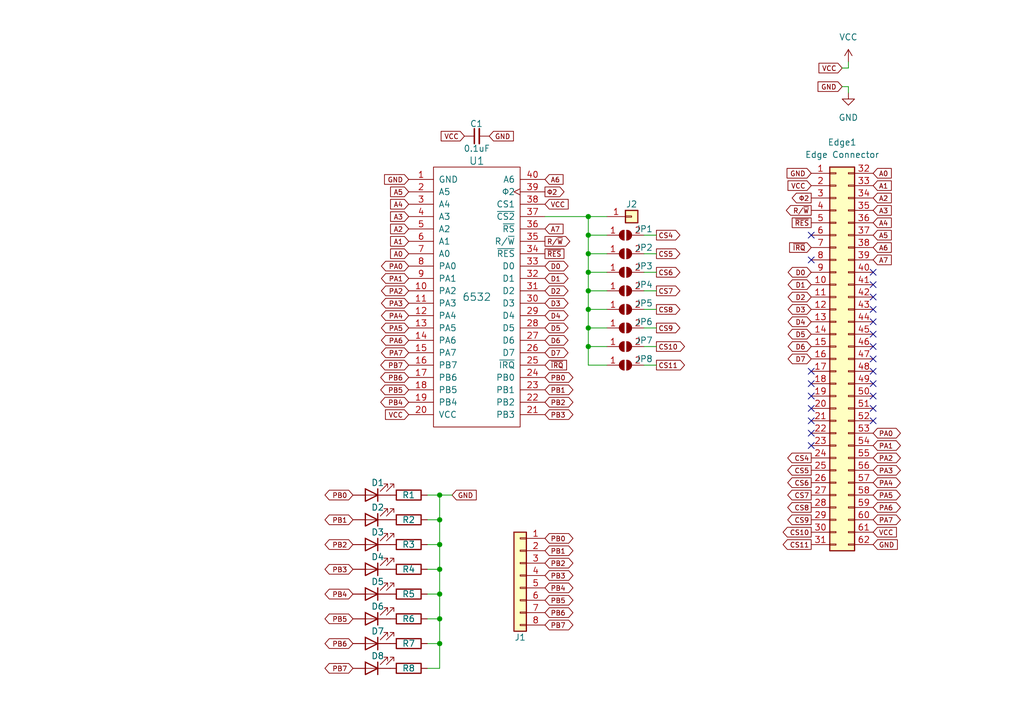
<source format=kicad_sch>
(kicad_sch (version 20211123) (generator eeschema)

  (uuid e63e39d7-6ac0-4ffd-8aa3-1841a4541b55)

  (paper "A5")

  (lib_symbols
    (symbol "Connector_Generic:Conn_01x01" (pin_names (offset 1.016) hide) (in_bom yes) (on_board yes)
      (property "Reference" "J" (id 0) (at 0 2.54 0)
        (effects (font (size 1.27 1.27)))
      )
      (property "Value" "Conn_01x01" (id 1) (at 0 -2.54 0)
        (effects (font (size 1.27 1.27)))
      )
      (property "Footprint" "" (id 2) (at 0 0 0)
        (effects (font (size 1.27 1.27)) hide)
      )
      (property "Datasheet" "~" (id 3) (at 0 0 0)
        (effects (font (size 1.27 1.27)) hide)
      )
      (property "ki_keywords" "connector" (id 4) (at 0 0 0)
        (effects (font (size 1.27 1.27)) hide)
      )
      (property "ki_description" "Generic connector, single row, 01x01, script generated (kicad-library-utils/schlib/autogen/connector/)" (id 5) (at 0 0 0)
        (effects (font (size 1.27 1.27)) hide)
      )
      (property "ki_fp_filters" "Connector*:*_1x??_*" (id 6) (at 0 0 0)
        (effects (font (size 1.27 1.27)) hide)
      )
      (symbol "Conn_01x01_1_1"
        (rectangle (start -1.27 0.127) (end 0 -0.127)
          (stroke (width 0.1524) (type default) (color 0 0 0 0))
          (fill (type none))
        )
        (rectangle (start -1.27 1.27) (end 1.27 -1.27)
          (stroke (width 0.254) (type default) (color 0 0 0 0))
          (fill (type background))
        )
        (pin passive line (at -5.08 0 0) (length 3.81)
          (name "Pin_1" (effects (font (size 1.27 1.27))))
          (number "1" (effects (font (size 1.27 1.27))))
        )
      )
    )
    (symbol "Connector_Generic:Conn_01x08" (pin_names (offset 1.016) hide) (in_bom yes) (on_board yes)
      (property "Reference" "J" (id 0) (at 0 10.16 0)
        (effects (font (size 1.27 1.27)))
      )
      (property "Value" "Conn_01x08" (id 1) (at 0 -12.7 0)
        (effects (font (size 1.27 1.27)))
      )
      (property "Footprint" "" (id 2) (at 0 0 0)
        (effects (font (size 1.27 1.27)) hide)
      )
      (property "Datasheet" "~" (id 3) (at 0 0 0)
        (effects (font (size 1.27 1.27)) hide)
      )
      (property "ki_keywords" "connector" (id 4) (at 0 0 0)
        (effects (font (size 1.27 1.27)) hide)
      )
      (property "ki_description" "Generic connector, single row, 01x08, script generated (kicad-library-utils/schlib/autogen/connector/)" (id 5) (at 0 0 0)
        (effects (font (size 1.27 1.27)) hide)
      )
      (property "ki_fp_filters" "Connector*:*_1x??_*" (id 6) (at 0 0 0)
        (effects (font (size 1.27 1.27)) hide)
      )
      (symbol "Conn_01x08_1_1"
        (rectangle (start -1.27 -10.033) (end 0 -10.287)
          (stroke (width 0.1524) (type default) (color 0 0 0 0))
          (fill (type none))
        )
        (rectangle (start -1.27 -7.493) (end 0 -7.747)
          (stroke (width 0.1524) (type default) (color 0 0 0 0))
          (fill (type none))
        )
        (rectangle (start -1.27 -4.953) (end 0 -5.207)
          (stroke (width 0.1524) (type default) (color 0 0 0 0))
          (fill (type none))
        )
        (rectangle (start -1.27 -2.413) (end 0 -2.667)
          (stroke (width 0.1524) (type default) (color 0 0 0 0))
          (fill (type none))
        )
        (rectangle (start -1.27 0.127) (end 0 -0.127)
          (stroke (width 0.1524) (type default) (color 0 0 0 0))
          (fill (type none))
        )
        (rectangle (start -1.27 2.667) (end 0 2.413)
          (stroke (width 0.1524) (type default) (color 0 0 0 0))
          (fill (type none))
        )
        (rectangle (start -1.27 5.207) (end 0 4.953)
          (stroke (width 0.1524) (type default) (color 0 0 0 0))
          (fill (type none))
        )
        (rectangle (start -1.27 7.747) (end 0 7.493)
          (stroke (width 0.1524) (type default) (color 0 0 0 0))
          (fill (type none))
        )
        (rectangle (start -1.27 8.89) (end 1.27 -11.43)
          (stroke (width 0.254) (type default) (color 0 0 0 0))
          (fill (type background))
        )
        (pin passive line (at -5.08 7.62 0) (length 3.81)
          (name "Pin_1" (effects (font (size 1.27 1.27))))
          (number "1" (effects (font (size 1.27 1.27))))
        )
        (pin passive line (at -5.08 5.08 0) (length 3.81)
          (name "Pin_2" (effects (font (size 1.27 1.27))))
          (number "2" (effects (font (size 1.27 1.27))))
        )
        (pin passive line (at -5.08 2.54 0) (length 3.81)
          (name "Pin_3" (effects (font (size 1.27 1.27))))
          (number "3" (effects (font (size 1.27 1.27))))
        )
        (pin passive line (at -5.08 0 0) (length 3.81)
          (name "Pin_4" (effects (font (size 1.27 1.27))))
          (number "4" (effects (font (size 1.27 1.27))))
        )
        (pin passive line (at -5.08 -2.54 0) (length 3.81)
          (name "Pin_5" (effects (font (size 1.27 1.27))))
          (number "5" (effects (font (size 1.27 1.27))))
        )
        (pin passive line (at -5.08 -5.08 0) (length 3.81)
          (name "Pin_6" (effects (font (size 1.27 1.27))))
          (number "6" (effects (font (size 1.27 1.27))))
        )
        (pin passive line (at -5.08 -7.62 0) (length 3.81)
          (name "Pin_7" (effects (font (size 1.27 1.27))))
          (number "7" (effects (font (size 1.27 1.27))))
        )
        (pin passive line (at -5.08 -10.16 0) (length 3.81)
          (name "Pin_8" (effects (font (size 1.27 1.27))))
          (number "8" (effects (font (size 1.27 1.27))))
        )
      )
    )
    (symbol "Connector_Generic:Conn_02x31_Top_Bottom" (pin_names (offset 1.016) hide) (in_bom yes) (on_board yes)
      (property "Reference" "J" (id 0) (at 1.27 40.64 0)
        (effects (font (size 1.27 1.27)))
      )
      (property "Value" "Conn_02x31_Top_Bottom" (id 1) (at 1.27 -40.64 0)
        (effects (font (size 1.27 1.27)))
      )
      (property "Footprint" "" (id 2) (at 0 0 0)
        (effects (font (size 1.27 1.27)) hide)
      )
      (property "Datasheet" "~" (id 3) (at 0 0 0)
        (effects (font (size 1.27 1.27)) hide)
      )
      (property "ki_keywords" "connector" (id 4) (at 0 0 0)
        (effects (font (size 1.27 1.27)) hide)
      )
      (property "ki_description" "Generic connector, double row, 02x31, top/bottom pin numbering scheme (row 1: 1...pins_per_row, row2: pins_per_row+1 ... num_pins), script generated (kicad-library-utils/schlib/autogen/connector/)" (id 5) (at 0 0 0)
        (effects (font (size 1.27 1.27)) hide)
      )
      (property "ki_fp_filters" "Connector*:*_2x??_*" (id 6) (at 0 0 0)
        (effects (font (size 1.27 1.27)) hide)
      )
      (symbol "Conn_02x31_Top_Bottom_1_1"
        (rectangle (start -1.27 -37.973) (end 0 -38.227)
          (stroke (width 0.1524) (type default) (color 0 0 0 0))
          (fill (type none))
        )
        (rectangle (start -1.27 -35.433) (end 0 -35.687)
          (stroke (width 0.1524) (type default) (color 0 0 0 0))
          (fill (type none))
        )
        (rectangle (start -1.27 -32.893) (end 0 -33.147)
          (stroke (width 0.1524) (type default) (color 0 0 0 0))
          (fill (type none))
        )
        (rectangle (start -1.27 -30.353) (end 0 -30.607)
          (stroke (width 0.1524) (type default) (color 0 0 0 0))
          (fill (type none))
        )
        (rectangle (start -1.27 -27.813) (end 0 -28.067)
          (stroke (width 0.1524) (type default) (color 0 0 0 0))
          (fill (type none))
        )
        (rectangle (start -1.27 -25.273) (end 0 -25.527)
          (stroke (width 0.1524) (type default) (color 0 0 0 0))
          (fill (type none))
        )
        (rectangle (start -1.27 -22.733) (end 0 -22.987)
          (stroke (width 0.1524) (type default) (color 0 0 0 0))
          (fill (type none))
        )
        (rectangle (start -1.27 -20.193) (end 0 -20.447)
          (stroke (width 0.1524) (type default) (color 0 0 0 0))
          (fill (type none))
        )
        (rectangle (start -1.27 -17.653) (end 0 -17.907)
          (stroke (width 0.1524) (type default) (color 0 0 0 0))
          (fill (type none))
        )
        (rectangle (start -1.27 -15.113) (end 0 -15.367)
          (stroke (width 0.1524) (type default) (color 0 0 0 0))
          (fill (type none))
        )
        (rectangle (start -1.27 -12.573) (end 0 -12.827)
          (stroke (width 0.1524) (type default) (color 0 0 0 0))
          (fill (type none))
        )
        (rectangle (start -1.27 -10.033) (end 0 -10.287)
          (stroke (width 0.1524) (type default) (color 0 0 0 0))
          (fill (type none))
        )
        (rectangle (start -1.27 -7.493) (end 0 -7.747)
          (stroke (width 0.1524) (type default) (color 0 0 0 0))
          (fill (type none))
        )
        (rectangle (start -1.27 -4.953) (end 0 -5.207)
          (stroke (width 0.1524) (type default) (color 0 0 0 0))
          (fill (type none))
        )
        (rectangle (start -1.27 -2.413) (end 0 -2.667)
          (stroke (width 0.1524) (type default) (color 0 0 0 0))
          (fill (type none))
        )
        (rectangle (start -1.27 0.127) (end 0 -0.127)
          (stroke (width 0.1524) (type default) (color 0 0 0 0))
          (fill (type none))
        )
        (rectangle (start -1.27 2.667) (end 0 2.413)
          (stroke (width 0.1524) (type default) (color 0 0 0 0))
          (fill (type none))
        )
        (rectangle (start -1.27 5.207) (end 0 4.953)
          (stroke (width 0.1524) (type default) (color 0 0 0 0))
          (fill (type none))
        )
        (rectangle (start -1.27 7.747) (end 0 7.493)
          (stroke (width 0.1524) (type default) (color 0 0 0 0))
          (fill (type none))
        )
        (rectangle (start -1.27 10.287) (end 0 10.033)
          (stroke (width 0.1524) (type default) (color 0 0 0 0))
          (fill (type none))
        )
        (rectangle (start -1.27 12.827) (end 0 12.573)
          (stroke (width 0.1524) (type default) (color 0 0 0 0))
          (fill (type none))
        )
        (rectangle (start -1.27 15.367) (end 0 15.113)
          (stroke (width 0.1524) (type default) (color 0 0 0 0))
          (fill (type none))
        )
        (rectangle (start -1.27 17.907) (end 0 17.653)
          (stroke (width 0.1524) (type default) (color 0 0 0 0))
          (fill (type none))
        )
        (rectangle (start -1.27 20.447) (end 0 20.193)
          (stroke (width 0.1524) (type default) (color 0 0 0 0))
          (fill (type none))
        )
        (rectangle (start -1.27 22.987) (end 0 22.733)
          (stroke (width 0.1524) (type default) (color 0 0 0 0))
          (fill (type none))
        )
        (rectangle (start -1.27 25.527) (end 0 25.273)
          (stroke (width 0.1524) (type default) (color 0 0 0 0))
          (fill (type none))
        )
        (rectangle (start -1.27 28.067) (end 0 27.813)
          (stroke (width 0.1524) (type default) (color 0 0 0 0))
          (fill (type none))
        )
        (rectangle (start -1.27 30.607) (end 0 30.353)
          (stroke (width 0.1524) (type default) (color 0 0 0 0))
          (fill (type none))
        )
        (rectangle (start -1.27 33.147) (end 0 32.893)
          (stroke (width 0.1524) (type default) (color 0 0 0 0))
          (fill (type none))
        )
        (rectangle (start -1.27 35.687) (end 0 35.433)
          (stroke (width 0.1524) (type default) (color 0 0 0 0))
          (fill (type none))
        )
        (rectangle (start -1.27 38.227) (end 0 37.973)
          (stroke (width 0.1524) (type default) (color 0 0 0 0))
          (fill (type none))
        )
        (rectangle (start -1.27 39.37) (end 3.81 -39.37)
          (stroke (width 0.254) (type default) (color 0 0 0 0))
          (fill (type background))
        )
        (rectangle (start 3.81 -37.973) (end 2.54 -38.227)
          (stroke (width 0.1524) (type default) (color 0 0 0 0))
          (fill (type none))
        )
        (rectangle (start 3.81 -35.433) (end 2.54 -35.687)
          (stroke (width 0.1524) (type default) (color 0 0 0 0))
          (fill (type none))
        )
        (rectangle (start 3.81 -32.893) (end 2.54 -33.147)
          (stroke (width 0.1524) (type default) (color 0 0 0 0))
          (fill (type none))
        )
        (rectangle (start 3.81 -30.353) (end 2.54 -30.607)
          (stroke (width 0.1524) (type default) (color 0 0 0 0))
          (fill (type none))
        )
        (rectangle (start 3.81 -27.813) (end 2.54 -28.067)
          (stroke (width 0.1524) (type default) (color 0 0 0 0))
          (fill (type none))
        )
        (rectangle (start 3.81 -25.273) (end 2.54 -25.527)
          (stroke (width 0.1524) (type default) (color 0 0 0 0))
          (fill (type none))
        )
        (rectangle (start 3.81 -22.733) (end 2.54 -22.987)
          (stroke (width 0.1524) (type default) (color 0 0 0 0))
          (fill (type none))
        )
        (rectangle (start 3.81 -20.193) (end 2.54 -20.447)
          (stroke (width 0.1524) (type default) (color 0 0 0 0))
          (fill (type none))
        )
        (rectangle (start 3.81 -17.653) (end 2.54 -17.907)
          (stroke (width 0.1524) (type default) (color 0 0 0 0))
          (fill (type none))
        )
        (rectangle (start 3.81 -15.113) (end 2.54 -15.367)
          (stroke (width 0.1524) (type default) (color 0 0 0 0))
          (fill (type none))
        )
        (rectangle (start 3.81 -12.573) (end 2.54 -12.827)
          (stroke (width 0.1524) (type default) (color 0 0 0 0))
          (fill (type none))
        )
        (rectangle (start 3.81 -10.033) (end 2.54 -10.287)
          (stroke (width 0.1524) (type default) (color 0 0 0 0))
          (fill (type none))
        )
        (rectangle (start 3.81 -7.493) (end 2.54 -7.747)
          (stroke (width 0.1524) (type default) (color 0 0 0 0))
          (fill (type none))
        )
        (rectangle (start 3.81 -4.953) (end 2.54 -5.207)
          (stroke (width 0.1524) (type default) (color 0 0 0 0))
          (fill (type none))
        )
        (rectangle (start 3.81 -2.413) (end 2.54 -2.667)
          (stroke (width 0.1524) (type default) (color 0 0 0 0))
          (fill (type none))
        )
        (rectangle (start 3.81 0.127) (end 2.54 -0.127)
          (stroke (width 0.1524) (type default) (color 0 0 0 0))
          (fill (type none))
        )
        (rectangle (start 3.81 2.667) (end 2.54 2.413)
          (stroke (width 0.1524) (type default) (color 0 0 0 0))
          (fill (type none))
        )
        (rectangle (start 3.81 5.207) (end 2.54 4.953)
          (stroke (width 0.1524) (type default) (color 0 0 0 0))
          (fill (type none))
        )
        (rectangle (start 3.81 7.747) (end 2.54 7.493)
          (stroke (width 0.1524) (type default) (color 0 0 0 0))
          (fill (type none))
        )
        (rectangle (start 3.81 10.287) (end 2.54 10.033)
          (stroke (width 0.1524) (type default) (color 0 0 0 0))
          (fill (type none))
        )
        (rectangle (start 3.81 12.827) (end 2.54 12.573)
          (stroke (width 0.1524) (type default) (color 0 0 0 0))
          (fill (type none))
        )
        (rectangle (start 3.81 15.367) (end 2.54 15.113)
          (stroke (width 0.1524) (type default) (color 0 0 0 0))
          (fill (type none))
        )
        (rectangle (start 3.81 17.907) (end 2.54 17.653)
          (stroke (width 0.1524) (type default) (color 0 0 0 0))
          (fill (type none))
        )
        (rectangle (start 3.81 20.447) (end 2.54 20.193)
          (stroke (width 0.1524) (type default) (color 0 0 0 0))
          (fill (type none))
        )
        (rectangle (start 3.81 22.987) (end 2.54 22.733)
          (stroke (width 0.1524) (type default) (color 0 0 0 0))
          (fill (type none))
        )
        (rectangle (start 3.81 25.527) (end 2.54 25.273)
          (stroke (width 0.1524) (type default) (color 0 0 0 0))
          (fill (type none))
        )
        (rectangle (start 3.81 28.067) (end 2.54 27.813)
          (stroke (width 0.1524) (type default) (color 0 0 0 0))
          (fill (type none))
        )
        (rectangle (start 3.81 30.607) (end 2.54 30.353)
          (stroke (width 0.1524) (type default) (color 0 0 0 0))
          (fill (type none))
        )
        (rectangle (start 3.81 33.147) (end 2.54 32.893)
          (stroke (width 0.1524) (type default) (color 0 0 0 0))
          (fill (type none))
        )
        (rectangle (start 3.81 35.687) (end 2.54 35.433)
          (stroke (width 0.1524) (type default) (color 0 0 0 0))
          (fill (type none))
        )
        (rectangle (start 3.81 38.227) (end 2.54 37.973)
          (stroke (width 0.1524) (type default) (color 0 0 0 0))
          (fill (type none))
        )
        (pin passive line (at -5.08 38.1 0) (length 3.81)
          (name "Pin_1" (effects (font (size 1.27 1.27))))
          (number "1" (effects (font (size 1.27 1.27))))
        )
        (pin passive line (at -5.08 15.24 0) (length 3.81)
          (name "Pin_10" (effects (font (size 1.27 1.27))))
          (number "10" (effects (font (size 1.27 1.27))))
        )
        (pin passive line (at -5.08 12.7 0) (length 3.81)
          (name "Pin_11" (effects (font (size 1.27 1.27))))
          (number "11" (effects (font (size 1.27 1.27))))
        )
        (pin passive line (at -5.08 10.16 0) (length 3.81)
          (name "Pin_12" (effects (font (size 1.27 1.27))))
          (number "12" (effects (font (size 1.27 1.27))))
        )
        (pin passive line (at -5.08 7.62 0) (length 3.81)
          (name "Pin_13" (effects (font (size 1.27 1.27))))
          (number "13" (effects (font (size 1.27 1.27))))
        )
        (pin passive line (at -5.08 5.08 0) (length 3.81)
          (name "Pin_14" (effects (font (size 1.27 1.27))))
          (number "14" (effects (font (size 1.27 1.27))))
        )
        (pin passive line (at -5.08 2.54 0) (length 3.81)
          (name "Pin_15" (effects (font (size 1.27 1.27))))
          (number "15" (effects (font (size 1.27 1.27))))
        )
        (pin passive line (at -5.08 0 0) (length 3.81)
          (name "Pin_16" (effects (font (size 1.27 1.27))))
          (number "16" (effects (font (size 1.27 1.27))))
        )
        (pin passive line (at -5.08 -2.54 0) (length 3.81)
          (name "Pin_17" (effects (font (size 1.27 1.27))))
          (number "17" (effects (font (size 1.27 1.27))))
        )
        (pin passive line (at -5.08 -5.08 0) (length 3.81)
          (name "Pin_18" (effects (font (size 1.27 1.27))))
          (number "18" (effects (font (size 1.27 1.27))))
        )
        (pin passive line (at -5.08 -7.62 0) (length 3.81)
          (name "Pin_19" (effects (font (size 1.27 1.27))))
          (number "19" (effects (font (size 1.27 1.27))))
        )
        (pin passive line (at -5.08 35.56 0) (length 3.81)
          (name "Pin_2" (effects (font (size 1.27 1.27))))
          (number "2" (effects (font (size 1.27 1.27))))
        )
        (pin passive line (at -5.08 -10.16 0) (length 3.81)
          (name "Pin_20" (effects (font (size 1.27 1.27))))
          (number "20" (effects (font (size 1.27 1.27))))
        )
        (pin passive line (at -5.08 -12.7 0) (length 3.81)
          (name "Pin_21" (effects (font (size 1.27 1.27))))
          (number "21" (effects (font (size 1.27 1.27))))
        )
        (pin passive line (at -5.08 -15.24 0) (length 3.81)
          (name "Pin_22" (effects (font (size 1.27 1.27))))
          (number "22" (effects (font (size 1.27 1.27))))
        )
        (pin passive line (at -5.08 -17.78 0) (length 3.81)
          (name "Pin_23" (effects (font (size 1.27 1.27))))
          (number "23" (effects (font (size 1.27 1.27))))
        )
        (pin passive line (at -5.08 -20.32 0) (length 3.81)
          (name "Pin_24" (effects (font (size 1.27 1.27))))
          (number "24" (effects (font (size 1.27 1.27))))
        )
        (pin passive line (at -5.08 -22.86 0) (length 3.81)
          (name "Pin_25" (effects (font (size 1.27 1.27))))
          (number "25" (effects (font (size 1.27 1.27))))
        )
        (pin passive line (at -5.08 -25.4 0) (length 3.81)
          (name "Pin_26" (effects (font (size 1.27 1.27))))
          (number "26" (effects (font (size 1.27 1.27))))
        )
        (pin passive line (at -5.08 -27.94 0) (length 3.81)
          (name "Pin_27" (effects (font (size 1.27 1.27))))
          (number "27" (effects (font (size 1.27 1.27))))
        )
        (pin passive line (at -5.08 -30.48 0) (length 3.81)
          (name "Pin_28" (effects (font (size 1.27 1.27))))
          (number "28" (effects (font (size 1.27 1.27))))
        )
        (pin passive line (at -5.08 -33.02 0) (length 3.81)
          (name "Pin_29" (effects (font (size 1.27 1.27))))
          (number "29" (effects (font (size 1.27 1.27))))
        )
        (pin passive line (at -5.08 33.02 0) (length 3.81)
          (name "Pin_3" (effects (font (size 1.27 1.27))))
          (number "3" (effects (font (size 1.27 1.27))))
        )
        (pin passive line (at -5.08 -35.56 0) (length 3.81)
          (name "Pin_30" (effects (font (size 1.27 1.27))))
          (number "30" (effects (font (size 1.27 1.27))))
        )
        (pin passive line (at -5.08 -38.1 0) (length 3.81)
          (name "Pin_31" (effects (font (size 1.27 1.27))))
          (number "31" (effects (font (size 1.27 1.27))))
        )
        (pin passive line (at 7.62 38.1 180) (length 3.81)
          (name "Pin_32" (effects (font (size 1.27 1.27))))
          (number "32" (effects (font (size 1.27 1.27))))
        )
        (pin passive line (at 7.62 35.56 180) (length 3.81)
          (name "Pin_33" (effects (font (size 1.27 1.27))))
          (number "33" (effects (font (size 1.27 1.27))))
        )
        (pin passive line (at 7.62 33.02 180) (length 3.81)
          (name "Pin_34" (effects (font (size 1.27 1.27))))
          (number "34" (effects (font (size 1.27 1.27))))
        )
        (pin passive line (at 7.62 30.48 180) (length 3.81)
          (name "Pin_35" (effects (font (size 1.27 1.27))))
          (number "35" (effects (font (size 1.27 1.27))))
        )
        (pin passive line (at 7.62 27.94 180) (length 3.81)
          (name "Pin_36" (effects (font (size 1.27 1.27))))
          (number "36" (effects (font (size 1.27 1.27))))
        )
        (pin passive line (at 7.62 25.4 180) (length 3.81)
          (name "Pin_37" (effects (font (size 1.27 1.27))))
          (number "37" (effects (font (size 1.27 1.27))))
        )
        (pin passive line (at 7.62 22.86 180) (length 3.81)
          (name "Pin_38" (effects (font (size 1.27 1.27))))
          (number "38" (effects (font (size 1.27 1.27))))
        )
        (pin passive line (at 7.62 20.32 180) (length 3.81)
          (name "Pin_39" (effects (font (size 1.27 1.27))))
          (number "39" (effects (font (size 1.27 1.27))))
        )
        (pin passive line (at -5.08 30.48 0) (length 3.81)
          (name "Pin_4" (effects (font (size 1.27 1.27))))
          (number "4" (effects (font (size 1.27 1.27))))
        )
        (pin passive line (at 7.62 17.78 180) (length 3.81)
          (name "Pin_40" (effects (font (size 1.27 1.27))))
          (number "40" (effects (font (size 1.27 1.27))))
        )
        (pin passive line (at 7.62 15.24 180) (length 3.81)
          (name "Pin_41" (effects (font (size 1.27 1.27))))
          (number "41" (effects (font (size 1.27 1.27))))
        )
        (pin passive line (at 7.62 12.7 180) (length 3.81)
          (name "Pin_42" (effects (font (size 1.27 1.27))))
          (number "42" (effects (font (size 1.27 1.27))))
        )
        (pin passive line (at 7.62 10.16 180) (length 3.81)
          (name "Pin_43" (effects (font (size 1.27 1.27))))
          (number "43" (effects (font (size 1.27 1.27))))
        )
        (pin passive line (at 7.62 7.62 180) (length 3.81)
          (name "Pin_44" (effects (font (size 1.27 1.27))))
          (number "44" (effects (font (size 1.27 1.27))))
        )
        (pin passive line (at 7.62 5.08 180) (length 3.81)
          (name "Pin_45" (effects (font (size 1.27 1.27))))
          (number "45" (effects (font (size 1.27 1.27))))
        )
        (pin passive line (at 7.62 2.54 180) (length 3.81)
          (name "Pin_46" (effects (font (size 1.27 1.27))))
          (number "46" (effects (font (size 1.27 1.27))))
        )
        (pin passive line (at 7.62 0 180) (length 3.81)
          (name "Pin_47" (effects (font (size 1.27 1.27))))
          (number "47" (effects (font (size 1.27 1.27))))
        )
        (pin passive line (at 7.62 -2.54 180) (length 3.81)
          (name "Pin_48" (effects (font (size 1.27 1.27))))
          (number "48" (effects (font (size 1.27 1.27))))
        )
        (pin passive line (at 7.62 -5.08 180) (length 3.81)
          (name "Pin_49" (effects (font (size 1.27 1.27))))
          (number "49" (effects (font (size 1.27 1.27))))
        )
        (pin passive line (at -5.08 27.94 0) (length 3.81)
          (name "Pin_5" (effects (font (size 1.27 1.27))))
          (number "5" (effects (font (size 1.27 1.27))))
        )
        (pin passive line (at 7.62 -7.62 180) (length 3.81)
          (name "Pin_50" (effects (font (size 1.27 1.27))))
          (number "50" (effects (font (size 1.27 1.27))))
        )
        (pin passive line (at 7.62 -10.16 180) (length 3.81)
          (name "Pin_51" (effects (font (size 1.27 1.27))))
          (number "51" (effects (font (size 1.27 1.27))))
        )
        (pin passive line (at 7.62 -12.7 180) (length 3.81)
          (name "Pin_52" (effects (font (size 1.27 1.27))))
          (number "52" (effects (font (size 1.27 1.27))))
        )
        (pin passive line (at 7.62 -15.24 180) (length 3.81)
          (name "Pin_53" (effects (font (size 1.27 1.27))))
          (number "53" (effects (font (size 1.27 1.27))))
        )
        (pin passive line (at 7.62 -17.78 180) (length 3.81)
          (name "Pin_54" (effects (font (size 1.27 1.27))))
          (number "54" (effects (font (size 1.27 1.27))))
        )
        (pin passive line (at 7.62 -20.32 180) (length 3.81)
          (name "Pin_55" (effects (font (size 1.27 1.27))))
          (number "55" (effects (font (size 1.27 1.27))))
        )
        (pin passive line (at 7.62 -22.86 180) (length 3.81)
          (name "Pin_56" (effects (font (size 1.27 1.27))))
          (number "56" (effects (font (size 1.27 1.27))))
        )
        (pin passive line (at 7.62 -25.4 180) (length 3.81)
          (name "Pin_57" (effects (font (size 1.27 1.27))))
          (number "57" (effects (font (size 1.27 1.27))))
        )
        (pin passive line (at 7.62 -27.94 180) (length 3.81)
          (name "Pin_58" (effects (font (size 1.27 1.27))))
          (number "58" (effects (font (size 1.27 1.27))))
        )
        (pin passive line (at 7.62 -30.48 180) (length 3.81)
          (name "Pin_59" (effects (font (size 1.27 1.27))))
          (number "59" (effects (font (size 1.27 1.27))))
        )
        (pin passive line (at -5.08 25.4 0) (length 3.81)
          (name "Pin_6" (effects (font (size 1.27 1.27))))
          (number "6" (effects (font (size 1.27 1.27))))
        )
        (pin passive line (at 7.62 -33.02 180) (length 3.81)
          (name "Pin_60" (effects (font (size 1.27 1.27))))
          (number "60" (effects (font (size 1.27 1.27))))
        )
        (pin passive line (at 7.62 -35.56 180) (length 3.81)
          (name "Pin_61" (effects (font (size 1.27 1.27))))
          (number "61" (effects (font (size 1.27 1.27))))
        )
        (pin passive line (at 7.62 -38.1 180) (length 3.81)
          (name "Pin_62" (effects (font (size 1.27 1.27))))
          (number "62" (effects (font (size 1.27 1.27))))
        )
        (pin passive line (at -5.08 22.86 0) (length 3.81)
          (name "Pin_7" (effects (font (size 1.27 1.27))))
          (number "7" (effects (font (size 1.27 1.27))))
        )
        (pin passive line (at -5.08 20.32 0) (length 3.81)
          (name "Pin_8" (effects (font (size 1.27 1.27))))
          (number "8" (effects (font (size 1.27 1.27))))
        )
        (pin passive line (at -5.08 17.78 0) (length 3.81)
          (name "Pin_9" (effects (font (size 1.27 1.27))))
          (number "9" (effects (font (size 1.27 1.27))))
        )
      )
    )
    (symbol "Device:C_Small" (pin_numbers hide) (pin_names (offset 0.254) hide) (in_bom yes) (on_board yes)
      (property "Reference" "C" (id 0) (at 0.254 1.778 0)
        (effects (font (size 1.27 1.27)) (justify left))
      )
      (property "Value" "C_Small" (id 1) (at 0.254 -2.032 0)
        (effects (font (size 1.27 1.27)) (justify left))
      )
      (property "Footprint" "" (id 2) (at 0 0 0)
        (effects (font (size 1.27 1.27)) hide)
      )
      (property "Datasheet" "~" (id 3) (at 0 0 0)
        (effects (font (size 1.27 1.27)) hide)
      )
      (property "ki_keywords" "capacitor cap" (id 4) (at 0 0 0)
        (effects (font (size 1.27 1.27)) hide)
      )
      (property "ki_description" "Unpolarized capacitor, small symbol" (id 5) (at 0 0 0)
        (effects (font (size 1.27 1.27)) hide)
      )
      (property "ki_fp_filters" "C_*" (id 6) (at 0 0 0)
        (effects (font (size 1.27 1.27)) hide)
      )
      (symbol "C_Small_0_1"
        (polyline
          (pts
            (xy -1.524 -0.508)
            (xy 1.524 -0.508)
          )
          (stroke (width 0.3302) (type default) (color 0 0 0 0))
          (fill (type none))
        )
        (polyline
          (pts
            (xy -1.524 0.508)
            (xy 1.524 0.508)
          )
          (stroke (width 0.3048) (type default) (color 0 0 0 0))
          (fill (type none))
        )
      )
      (symbol "C_Small_1_1"
        (pin passive line (at 0 2.54 270) (length 2.032)
          (name "~" (effects (font (size 1.27 1.27))))
          (number "1" (effects (font (size 1.27 1.27))))
        )
        (pin passive line (at 0 -2.54 90) (length 2.032)
          (name "~" (effects (font (size 1.27 1.27))))
          (number "2" (effects (font (size 1.27 1.27))))
        )
      )
    )
    (symbol "Device:LED" (pin_numbers hide) (pin_names (offset 1.016) hide) (in_bom yes) (on_board yes)
      (property "Reference" "D" (id 0) (at 0 2.54 0)
        (effects (font (size 1.27 1.27)))
      )
      (property "Value" "LED" (id 1) (at 0 -2.54 0)
        (effects (font (size 1.27 1.27)))
      )
      (property "Footprint" "" (id 2) (at 0 0 0)
        (effects (font (size 1.27 1.27)) hide)
      )
      (property "Datasheet" "~" (id 3) (at 0 0 0)
        (effects (font (size 1.27 1.27)) hide)
      )
      (property "ki_keywords" "LED diode" (id 4) (at 0 0 0)
        (effects (font (size 1.27 1.27)) hide)
      )
      (property "ki_description" "Light emitting diode" (id 5) (at 0 0 0)
        (effects (font (size 1.27 1.27)) hide)
      )
      (property "ki_fp_filters" "LED* LED_SMD:* LED_THT:*" (id 6) (at 0 0 0)
        (effects (font (size 1.27 1.27)) hide)
      )
      (symbol "LED_0_1"
        (polyline
          (pts
            (xy -1.27 -1.27)
            (xy -1.27 1.27)
          )
          (stroke (width 0.254) (type default) (color 0 0 0 0))
          (fill (type none))
        )
        (polyline
          (pts
            (xy -1.27 0)
            (xy 1.27 0)
          )
          (stroke (width 0) (type default) (color 0 0 0 0))
          (fill (type none))
        )
        (polyline
          (pts
            (xy 1.27 -1.27)
            (xy 1.27 1.27)
            (xy -1.27 0)
            (xy 1.27 -1.27)
          )
          (stroke (width 0.254) (type default) (color 0 0 0 0))
          (fill (type none))
        )
        (polyline
          (pts
            (xy -3.048 -0.762)
            (xy -4.572 -2.286)
            (xy -3.81 -2.286)
            (xy -4.572 -2.286)
            (xy -4.572 -1.524)
          )
          (stroke (width 0) (type default) (color 0 0 0 0))
          (fill (type none))
        )
        (polyline
          (pts
            (xy -1.778 -0.762)
            (xy -3.302 -2.286)
            (xy -2.54 -2.286)
            (xy -3.302 -2.286)
            (xy -3.302 -1.524)
          )
          (stroke (width 0) (type default) (color 0 0 0 0))
          (fill (type none))
        )
      )
      (symbol "LED_1_1"
        (pin passive line (at -3.81 0 0) (length 2.54)
          (name "K" (effects (font (size 1.27 1.27))))
          (number "1" (effects (font (size 1.27 1.27))))
        )
        (pin passive line (at 3.81 0 180) (length 2.54)
          (name "A" (effects (font (size 1.27 1.27))))
          (number "2" (effects (font (size 1.27 1.27))))
        )
      )
    )
    (symbol "Device:R" (pin_numbers hide) (pin_names (offset 0)) (in_bom yes) (on_board yes)
      (property "Reference" "R" (id 0) (at 2.032 0 90)
        (effects (font (size 1.27 1.27)))
      )
      (property "Value" "R" (id 1) (at 0 0 90)
        (effects (font (size 1.27 1.27)))
      )
      (property "Footprint" "" (id 2) (at -1.778 0 90)
        (effects (font (size 1.27 1.27)) hide)
      )
      (property "Datasheet" "~" (id 3) (at 0 0 0)
        (effects (font (size 1.27 1.27)) hide)
      )
      (property "ki_keywords" "R res resistor" (id 4) (at 0 0 0)
        (effects (font (size 1.27 1.27)) hide)
      )
      (property "ki_description" "Resistor" (id 5) (at 0 0 0)
        (effects (font (size 1.27 1.27)) hide)
      )
      (property "ki_fp_filters" "R_*" (id 6) (at 0 0 0)
        (effects (font (size 1.27 1.27)) hide)
      )
      (symbol "R_0_1"
        (rectangle (start -1.016 -2.54) (end 1.016 2.54)
          (stroke (width 0.254) (type default) (color 0 0 0 0))
          (fill (type none))
        )
      )
      (symbol "R_1_1"
        (pin passive line (at 0 3.81 270) (length 1.27)
          (name "~" (effects (font (size 1.27 1.27))))
          (number "1" (effects (font (size 1.27 1.27))))
        )
        (pin passive line (at 0 -3.81 90) (length 1.27)
          (name "~" (effects (font (size 1.27 1.27))))
          (number "2" (effects (font (size 1.27 1.27))))
        )
      )
    )
    (symbol "IO65:6532" (pin_names (offset 1.016)) (in_bom yes) (on_board yes)
      (property "Reference" "U" (id 0) (at 0 27.94 0)
        (effects (font (size 1.524 1.524)))
      )
      (property "Value" "6532" (id 1) (at 0 0 0)
        (effects (font (size 1.524 1.524)))
      )
      (property "Footprint" "Housings_DIP:DIP-40_W15.24mm" (id 2) (at 0 -27.94 0)
        (effects (font (size 1.524 1.524)) hide)
      )
      (property "Datasheet" "" (id 3) (at 0 0 0)
        (effects (font (size 1.524 1.524)) hide)
      )
      (property "ki_keywords" "RIOT" (id 4) (at 0 0 0)
        (effects (font (size 1.27 1.27)) hide)
      )
      (property "ki_description" "RAM-I/O-Timer" (id 5) (at 0 0 0)
        (effects (font (size 1.27 1.27)) hide)
      )
      (symbol "6532_0_1"
        (rectangle (start -8.89 26.67) (end 8.89 -26.67)
          (stroke (width 0) (type default) (color 0 0 0 0))
          (fill (type none))
        )
      )
      (symbol "6532_1_1"
        (pin power_in line (at -13.97 24.13 0) (length 5.08)
          (name "GND" (effects (font (size 1.27 1.27))))
          (number "1" (effects (font (size 1.27 1.27))))
        )
        (pin bidirectional line (at -13.97 1.27 0) (length 5.08)
          (name "PA2" (effects (font (size 1.27 1.27))))
          (number "10" (effects (font (size 1.27 1.27))))
        )
        (pin bidirectional line (at -13.97 -1.27 0) (length 5.08)
          (name "PA3" (effects (font (size 1.27 1.27))))
          (number "11" (effects (font (size 1.27 1.27))))
        )
        (pin bidirectional line (at -13.97 -3.81 0) (length 5.08)
          (name "PA4" (effects (font (size 1.27 1.27))))
          (number "12" (effects (font (size 1.27 1.27))))
        )
        (pin bidirectional line (at -13.97 -6.35 0) (length 5.08)
          (name "PA5" (effects (font (size 1.27 1.27))))
          (number "13" (effects (font (size 1.27 1.27))))
        )
        (pin bidirectional line (at -13.97 -8.89 0) (length 5.08)
          (name "PA6" (effects (font (size 1.27 1.27))))
          (number "14" (effects (font (size 1.27 1.27))))
        )
        (pin bidirectional line (at -13.97 -11.43 0) (length 5.08)
          (name "PA7" (effects (font (size 1.27 1.27))))
          (number "15" (effects (font (size 1.27 1.27))))
        )
        (pin bidirectional line (at -13.97 -13.97 0) (length 5.08)
          (name "PB7" (effects (font (size 1.27 1.27))))
          (number "16" (effects (font (size 1.27 1.27))))
        )
        (pin bidirectional line (at -13.97 -16.51 0) (length 5.08)
          (name "PB6" (effects (font (size 1.27 1.27))))
          (number "17" (effects (font (size 1.27 1.27))))
        )
        (pin bidirectional line (at -13.97 -19.05 0) (length 5.08)
          (name "PB5" (effects (font (size 1.27 1.27))))
          (number "18" (effects (font (size 1.27 1.27))))
        )
        (pin bidirectional line (at -13.97 -21.59 0) (length 5.08)
          (name "PB4" (effects (font (size 1.27 1.27))))
          (number "19" (effects (font (size 1.27 1.27))))
        )
        (pin input line (at -13.97 21.59 0) (length 5.08)
          (name "A5" (effects (font (size 1.27 1.27))))
          (number "2" (effects (font (size 1.27 1.27))))
        )
        (pin power_in line (at -13.97 -24.13 0) (length 5.08)
          (name "VCC" (effects (font (size 1.27 1.27))))
          (number "20" (effects (font (size 1.27 1.27))))
        )
        (pin bidirectional line (at 13.97 -24.13 180) (length 5.08)
          (name "PB3" (effects (font (size 1.27 1.27))))
          (number "21" (effects (font (size 1.27 1.27))))
        )
        (pin bidirectional line (at 13.97 -21.59 180) (length 5.08)
          (name "PB2" (effects (font (size 1.27 1.27))))
          (number "22" (effects (font (size 1.27 1.27))))
        )
        (pin bidirectional line (at 13.97 -19.05 180) (length 5.08)
          (name "PB1" (effects (font (size 1.27 1.27))))
          (number "23" (effects (font (size 1.27 1.27))))
        )
        (pin bidirectional line (at 13.97 -16.51 180) (length 5.08)
          (name "PB0" (effects (font (size 1.27 1.27))))
          (number "24" (effects (font (size 1.27 1.27))))
        )
        (pin output line (at 13.97 -13.97 180) (length 5.08)
          (name "~{IRQ}" (effects (font (size 1.27 1.27))))
          (number "25" (effects (font (size 1.27 1.27))))
        )
        (pin bidirectional line (at 13.97 -11.43 180) (length 5.08)
          (name "D7" (effects (font (size 1.27 1.27))))
          (number "26" (effects (font (size 1.27 1.27))))
        )
        (pin bidirectional line (at 13.97 -8.89 180) (length 5.08)
          (name "D6" (effects (font (size 1.27 1.27))))
          (number "27" (effects (font (size 1.27 1.27))))
        )
        (pin bidirectional line (at 13.97 -6.35 180) (length 5.08)
          (name "D5" (effects (font (size 1.27 1.27))))
          (number "28" (effects (font (size 1.27 1.27))))
        )
        (pin bidirectional line (at 13.97 -3.81 180) (length 5.08)
          (name "D4" (effects (font (size 1.27 1.27))))
          (number "29" (effects (font (size 1.27 1.27))))
        )
        (pin output line (at -13.97 19.05 0) (length 5.08)
          (name "A4" (effects (font (size 1.27 1.27))))
          (number "3" (effects (font (size 1.27 1.27))))
        )
        (pin bidirectional line (at 13.97 -1.27 180) (length 5.08)
          (name "D3" (effects (font (size 1.27 1.27))))
          (number "30" (effects (font (size 1.27 1.27))))
        )
        (pin bidirectional line (at 13.97 1.27 180) (length 5.08)
          (name "D2" (effects (font (size 1.27 1.27))))
          (number "31" (effects (font (size 1.27 1.27))))
        )
        (pin bidirectional line (at 13.97 3.81 180) (length 5.08)
          (name "D1" (effects (font (size 1.27 1.27))))
          (number "32" (effects (font (size 1.27 1.27))))
        )
        (pin bidirectional line (at 13.97 6.35 180) (length 5.08)
          (name "D0" (effects (font (size 1.27 1.27))))
          (number "33" (effects (font (size 1.27 1.27))))
        )
        (pin input line (at 13.97 8.89 180) (length 5.08)
          (name "~{RES}" (effects (font (size 1.27 1.27))))
          (number "34" (effects (font (size 1.27 1.27))))
        )
        (pin input line (at 13.97 11.43 180) (length 5.08)
          (name "R/~{W}" (effects (font (size 1.27 1.27))))
          (number "35" (effects (font (size 1.27 1.27))))
        )
        (pin input line (at 13.97 13.97 180) (length 5.08)
          (name "~{RS}" (effects (font (size 1.27 1.27))))
          (number "36" (effects (font (size 1.27 1.27))))
        )
        (pin input line (at 13.97 16.51 180) (length 5.08)
          (name "~{CS2}" (effects (font (size 1.27 1.27))))
          (number "37" (effects (font (size 1.27 1.27))))
        )
        (pin input line (at 13.97 19.05 180) (length 5.08)
          (name "CS1" (effects (font (size 1.27 1.27))))
          (number "38" (effects (font (size 1.27 1.27))))
        )
        (pin input clock (at 13.97 21.59 180) (length 5.08)
          (name "Φ2" (effects (font (size 1.27 1.27))))
          (number "39" (effects (font (size 1.27 1.27))))
        )
        (pin input line (at -13.97 16.51 0) (length 5.08)
          (name "A3" (effects (font (size 1.27 1.27))))
          (number "4" (effects (font (size 1.27 1.27))))
        )
        (pin input line (at 13.97 24.13 180) (length 5.08)
          (name "A6" (effects (font (size 1.27 1.27))))
          (number "40" (effects (font (size 1.27 1.27))))
        )
        (pin input line (at -13.97 13.97 0) (length 5.08)
          (name "A2" (effects (font (size 1.27 1.27))))
          (number "5" (effects (font (size 1.27 1.27))))
        )
        (pin input line (at -13.97 11.43 0) (length 5.08)
          (name "A1" (effects (font (size 1.27 1.27))))
          (number "6" (effects (font (size 1.27 1.27))))
        )
        (pin input line (at -13.97 8.89 0) (length 5.08)
          (name "A0" (effects (font (size 1.27 1.27))))
          (number "7" (effects (font (size 1.27 1.27))))
        )
        (pin bidirectional line (at -13.97 6.35 0) (length 5.08)
          (name "PA0" (effects (font (size 1.27 1.27))))
          (number "8" (effects (font (size 1.27 1.27))))
        )
        (pin bidirectional line (at -13.97 3.81 0) (length 5.08)
          (name "PA1" (effects (font (size 1.27 1.27))))
          (number "9" (effects (font (size 1.27 1.27))))
        )
      )
    )
    (symbol "SolderJumper_2_Open_1" (pin_names (offset 0) hide) (in_bom yes) (on_board yes)
      (property "Reference" "JP" (id 0) (at 0 2.032 0)
        (effects (font (size 1.27 1.27)))
      )
      (property "Value" "SolderJumper_2_Open_1" (id 1) (at 0 -2.54 0)
        (effects (font (size 1.27 1.27)))
      )
      (property "Footprint" "" (id 2) (at 0 0 0)
        (effects (font (size 1.27 1.27)) hide)
      )
      (property "Datasheet" "~" (id 3) (at 0 0 0)
        (effects (font (size 1.27 1.27)) hide)
      )
      (property "ki_keywords" "solder jumper SPST" (id 4) (at 0 0 0)
        (effects (font (size 1.27 1.27)) hide)
      )
      (property "ki_description" "Solder Jumper, 2-pole, open" (id 5) (at 0 0 0)
        (effects (font (size 1.27 1.27)) hide)
      )
      (property "ki_fp_filters" "SolderJumper*Open*" (id 6) (at 0 0 0)
        (effects (font (size 1.27 1.27)) hide)
      )
      (symbol "SolderJumper_2_Open_1_0_1"
        (arc (start -0.254 1.016) (mid -1.27 0) (end -0.254 -1.016)
          (stroke (width 0) (type default) (color 0 0 0 0))
          (fill (type none))
        )
        (arc (start -0.254 1.016) (mid -1.27 0) (end -0.254 -1.016)
          (stroke (width 0) (type default) (color 0 0 0 0))
          (fill (type outline))
        )
        (polyline
          (pts
            (xy -0.254 1.016)
            (xy -0.254 -1.016)
          )
          (stroke (width 0) (type default) (color 0 0 0 0))
          (fill (type none))
        )
        (polyline
          (pts
            (xy 0.254 1.016)
            (xy 0.254 -1.016)
          )
          (stroke (width 0) (type default) (color 0 0 0 0))
          (fill (type none))
        )
        (arc (start 0.254 -1.016) (mid 1.27 0) (end 0.254 1.016)
          (stroke (width 0) (type default) (color 0 0 0 0))
          (fill (type none))
        )
        (arc (start 0.254 -1.016) (mid 1.27 0) (end 0.254 1.016)
          (stroke (width 0) (type default) (color 0 0 0 0))
          (fill (type outline))
        )
      )
      (symbol "SolderJumper_2_Open_1_1_1"
        (pin passive line (at -3.81 0 0) (length 2.54)
          (name "A" (effects (font (size 1.27 1.27))))
          (number "1" (effects (font (size 1.27 1.27))))
        )
        (pin passive line (at 3.81 0 180) (length 2.54)
          (name "B" (effects (font (size 1.27 1.27))))
          (number "2" (effects (font (size 1.27 1.27))))
        )
      )
    )
    (symbol "power:GND" (power) (pin_names (offset 0)) (in_bom yes) (on_board yes)
      (property "Reference" "#PWR" (id 0) (at 0 -6.35 0)
        (effects (font (size 1.27 1.27)) hide)
      )
      (property "Value" "GND" (id 1) (at 0 -3.81 0)
        (effects (font (size 1.27 1.27)))
      )
      (property "Footprint" "" (id 2) (at 0 0 0)
        (effects (font (size 1.27 1.27)) hide)
      )
      (property "Datasheet" "" (id 3) (at 0 0 0)
        (effects (font (size 1.27 1.27)) hide)
      )
      (property "ki_keywords" "power-flag" (id 4) (at 0 0 0)
        (effects (font (size 1.27 1.27)) hide)
      )
      (property "ki_description" "Power symbol creates a global label with name \"GND\" , ground" (id 5) (at 0 0 0)
        (effects (font (size 1.27 1.27)) hide)
      )
      (symbol "GND_0_1"
        (polyline
          (pts
            (xy 0 0)
            (xy 0 -1.27)
            (xy 1.27 -1.27)
            (xy 0 -2.54)
            (xy -1.27 -1.27)
            (xy 0 -1.27)
          )
          (stroke (width 0) (type default) (color 0 0 0 0))
          (fill (type none))
        )
      )
      (symbol "GND_1_1"
        (pin power_in line (at 0 0 270) (length 0) hide
          (name "GND" (effects (font (size 1.27 1.27))))
          (number "1" (effects (font (size 1.27 1.27))))
        )
      )
    )
    (symbol "power:VCC" (power) (pin_names (offset 0)) (in_bom yes) (on_board yes)
      (property "Reference" "#PWR" (id 0) (at 0 -3.81 0)
        (effects (font (size 1.27 1.27)) hide)
      )
      (property "Value" "VCC" (id 1) (at 0 3.81 0)
        (effects (font (size 1.27 1.27)))
      )
      (property "Footprint" "" (id 2) (at 0 0 0)
        (effects (font (size 1.27 1.27)) hide)
      )
      (property "Datasheet" "" (id 3) (at 0 0 0)
        (effects (font (size 1.27 1.27)) hide)
      )
      (property "ki_keywords" "power-flag" (id 4) (at 0 0 0)
        (effects (font (size 1.27 1.27)) hide)
      )
      (property "ki_description" "Power symbol creates a global label with name \"VCC\"" (id 5) (at 0 0 0)
        (effects (font (size 1.27 1.27)) hide)
      )
      (symbol "VCC_0_1"
        (polyline
          (pts
            (xy -0.762 1.27)
            (xy 0 2.54)
          )
          (stroke (width 0) (type default) (color 0 0 0 0))
          (fill (type none))
        )
        (polyline
          (pts
            (xy 0 0)
            (xy 0 2.54)
          )
          (stroke (width 0) (type default) (color 0 0 0 0))
          (fill (type none))
        )
        (polyline
          (pts
            (xy 0 2.54)
            (xy 0.762 1.27)
          )
          (stroke (width 0) (type default) (color 0 0 0 0))
          (fill (type none))
        )
      )
      (symbol "VCC_1_1"
        (pin power_in line (at 0 0 90) (length 0) hide
          (name "VCC" (effects (font (size 1.27 1.27))))
          (number "1" (effects (font (size 1.27 1.27))))
        )
      )
    )
  )

  (junction (at 90.17 127) (diameter 0) (color 0 0 0 0)
    (uuid 034c1487-32fb-4a11-a864-5382a8a3d651)
  )
  (junction (at 120.65 44.45) (diameter 0) (color 0 0 0 0)
    (uuid 147d2b07-7862-42ed-b044-dcbcab2be2db)
  )
  (junction (at 120.65 71.12) (diameter 0) (color 0 0 0 0)
    (uuid 2966c9e4-67d3-4684-83f7-8c5b9d452da7)
  )
  (junction (at 120.65 48.26) (diameter 0) (color 0 0 0 0)
    (uuid 3111ac2f-b329-45b0-b49f-5170b5168ce6)
  )
  (junction (at 120.65 52.07) (diameter 0) (color 0 0 0 0)
    (uuid 63441cb2-85d0-4c16-ad38-a4b12300059c)
  )
  (junction (at 120.65 67.31) (diameter 0) (color 0 0 0 0)
    (uuid 6f046b31-ae21-4425-9194-7292bdf33afc)
  )
  (junction (at 90.17 132.08) (diameter 0) (color 0 0 0 0)
    (uuid 949c6539-42ce-47b5-b58e-4f42cc63039f)
  )
  (junction (at 90.17 111.76) (diameter 0) (color 0 0 0 0)
    (uuid a5deff5d-8cac-47bc-ab09-59b8b695806c)
  )
  (junction (at 120.65 55.88) (diameter 0) (color 0 0 0 0)
    (uuid b40bf8e4-bf0a-49e6-a506-05aacc2d30f7)
  )
  (junction (at 90.17 101.6) (diameter 0) (color 0 0 0 0)
    (uuid cad0b563-4df1-40ae-8e28-a9dbffbbb05f)
  )
  (junction (at 120.65 63.5) (diameter 0) (color 0 0 0 0)
    (uuid d3472e90-cba3-45a4-a747-11769bc50073)
  )
  (junction (at 90.17 121.92) (diameter 0) (color 0 0 0 0)
    (uuid d914907d-0c58-4daa-99d8-b3347959bb2d)
  )
  (junction (at 120.65 59.69) (diameter 0) (color 0 0 0 0)
    (uuid da061b80-2a09-447a-84a0-7693c5618400)
  )
  (junction (at 90.17 106.68) (diameter 0) (color 0 0 0 0)
    (uuid f9a08a8a-1925-4ccb-9d77-7cf688056a97)
  )
  (junction (at 90.17 116.84) (diameter 0) (color 0 0 0 0)
    (uuid fc7fb00a-9a0f-4d56-b96e-c965ece65572)
  )

  (no_connect (at 179.07 68.58) (uuid 008dc845-5bbb-4e71-8501-e9da685e7053))
  (no_connect (at 179.07 81.28) (uuid 0f9d678e-b13b-4d80-8d40-f832a0a94c90))
  (no_connect (at 179.07 86.36) (uuid 207de388-a246-40b3-81a1-d22a1d836775))
  (no_connect (at 179.07 73.66) (uuid 2996c206-c623-4785-9a5e-bdb156dae899))
  (no_connect (at 166.37 48.26) (uuid 2d67fe43-c952-484e-8831-f8877df563c0))
  (no_connect (at 166.37 83.82) (uuid 34567ccc-ef91-40b0-831b-4f552f6b83db))
  (no_connect (at 179.07 83.82) (uuid 4dbf8244-2b22-4d91-a8a0-bbe8f6138c9e))
  (no_connect (at 166.37 86.36) (uuid 4e435259-1e12-4c70-a372-60a809419cbf))
  (no_connect (at 166.37 78.74) (uuid 514d79c4-c2fc-4c5b-88d9-f9530f49a12e))
  (no_connect (at 166.37 91.44) (uuid 6a67fbd1-a151-434e-bc6c-4ffaa3098b89))
  (no_connect (at 179.07 66.04) (uuid 82304450-6b49-4e3e-81b0-48500523a0f6))
  (no_connect (at 179.07 58.42) (uuid 8489cf0b-f40a-460e-b9d9-002854edab1c))
  (no_connect (at 179.07 78.74) (uuid 8f2157f6-d1d0-446d-a0b2-0c2e82073836))
  (no_connect (at 179.07 76.2) (uuid 8fbf7be6-9316-480f-be42-e847c7af28e3))
  (no_connect (at 179.07 60.96) (uuid 96f14ec3-bd92-46e2-8a6d-8b04cc7cd04e))
  (no_connect (at 166.37 88.9) (uuid a4c62b6d-e2f7-4fc7-a504-93e3766f1f1e))
  (no_connect (at 166.37 76.2) (uuid a8fae9fb-3573-4341-8f74-93db5254c97a))
  (no_connect (at 179.07 55.88) (uuid c0ee19df-26d0-4329-9b23-89d173d12c03))
  (no_connect (at 166.37 81.28) (uuid c6adce09-86e4-4fbe-af91-e732bf0d16ce))
  (no_connect (at 166.37 53.34) (uuid d747ede6-af98-4d83-9bdd-0c926c41b503))
  (no_connect (at 179.07 63.5) (uuid db580a26-d4fb-4771-9e75-187baf09a73f))
  (no_connect (at 179.07 71.12) (uuid dbbdb7ee-6e7e-4203-80bb-7f3cff6cf9a4))

  (wire (pts (xy 120.65 74.93) (xy 120.65 71.12))
    (stroke (width 0) (type default) (color 0 0 0 0))
    (uuid 0a0ba12a-e7c2-49fa-b590-16433a97154b)
  )
  (wire (pts (xy 124.46 52.07) (xy 120.65 52.07))
    (stroke (width 0) (type default) (color 0 0 0 0))
    (uuid 0f8052f8-45ca-48e2-8821-d5aed505c85b)
  )
  (wire (pts (xy 132.08 48.26) (xy 134.62 48.26))
    (stroke (width 0) (type default) (color 0 0 0 0))
    (uuid 1487c77a-3533-4127-8e5e-62e495c41283)
  )
  (wire (pts (xy 132.08 59.69) (xy 134.62 59.69))
    (stroke (width 0) (type default) (color 0 0 0 0))
    (uuid 1bf505c6-4f48-4e72-8ba6-5b9744a916c4)
  )
  (wire (pts (xy 120.65 44.45) (xy 124.46 44.45))
    (stroke (width 0) (type default) (color 0 0 0 0))
    (uuid 21905112-26b1-474a-b4c0-723c3b7c24e0)
  )
  (wire (pts (xy 172.72 13.97) (xy 173.99 13.97))
    (stroke (width 0) (type default) (color 0 0 0 0))
    (uuid 2bb1b552-1802-47d3-baf1-376ad1e5dd3e)
  )
  (wire (pts (xy 90.17 121.92) (xy 90.17 116.84))
    (stroke (width 0) (type default) (color 0 0 0 0))
    (uuid 30e32e54-a7b2-4df8-b2a9-0693b358b0c0)
  )
  (wire (pts (xy 124.46 71.12) (xy 120.65 71.12))
    (stroke (width 0) (type default) (color 0 0 0 0))
    (uuid 33ec5fd1-aa31-40c2-8ca9-7812739a6b32)
  )
  (wire (pts (xy 111.76 44.45) (xy 120.65 44.45))
    (stroke (width 0) (type default) (color 0 0 0 0))
    (uuid 3e6c0933-5c5a-429a-b4ae-bb8a3a2e7706)
  )
  (wire (pts (xy 132.08 52.07) (xy 134.62 52.07))
    (stroke (width 0) (type default) (color 0 0 0 0))
    (uuid 4d46baef-19fc-4f58-a396-5e8b088926cd)
  )
  (wire (pts (xy 90.17 101.6) (xy 92.71 101.6))
    (stroke (width 0) (type default) (color 0 0 0 0))
    (uuid 4e3e24bc-ad93-4e26-b78e-d6760dd86ce6)
  )
  (wire (pts (xy 120.65 55.88) (xy 120.65 52.07))
    (stroke (width 0) (type default) (color 0 0 0 0))
    (uuid 51d80c91-4012-4234-92dc-689cee9b29ce)
  )
  (wire (pts (xy 132.08 71.12) (xy 134.62 71.12))
    (stroke (width 0) (type default) (color 0 0 0 0))
    (uuid 60274501-c096-4c49-8f52-433bc0a68cb1)
  )
  (wire (pts (xy 132.08 67.31) (xy 134.62 67.31))
    (stroke (width 0) (type default) (color 0 0 0 0))
    (uuid 60606fc1-3864-45c9-a9cc-c9ef4da41821)
  )
  (wire (pts (xy 90.17 132.08) (xy 90.17 127))
    (stroke (width 0) (type default) (color 0 0 0 0))
    (uuid 69bfc8eb-3939-49c0-a6a3-f98c1c7e8151)
  )
  (wire (pts (xy 124.46 63.5) (xy 120.65 63.5))
    (stroke (width 0) (type default) (color 0 0 0 0))
    (uuid 6a0fd06d-8bbd-4012-b673-228896a8f514)
  )
  (wire (pts (xy 132.08 74.93) (xy 134.62 74.93))
    (stroke (width 0) (type default) (color 0 0 0 0))
    (uuid 6c83f91c-084e-4feb-b9c7-ec5bb105b9fe)
  )
  (wire (pts (xy 87.63 101.6) (xy 90.17 101.6))
    (stroke (width 0) (type default) (color 0 0 0 0))
    (uuid 71eb4b12-f6da-4bf3-bf00-bbdc56fd1ccb)
  )
  (wire (pts (xy 87.63 121.92) (xy 90.17 121.92))
    (stroke (width 0) (type default) (color 0 0 0 0))
    (uuid 8217ac65-9bfb-4e63-bf5e-a6d9fef281e3)
  )
  (wire (pts (xy 124.46 55.88) (xy 120.65 55.88))
    (stroke (width 0) (type default) (color 0 0 0 0))
    (uuid 8a343897-01f1-4900-8e4e-b49324369582)
  )
  (wire (pts (xy 87.63 127) (xy 90.17 127))
    (stroke (width 0) (type default) (color 0 0 0 0))
    (uuid 8cff9410-f7f3-4aa8-94bd-14899b20f743)
  )
  (wire (pts (xy 120.65 71.12) (xy 120.65 67.31))
    (stroke (width 0) (type default) (color 0 0 0 0))
    (uuid 8f9f2b79-f699-40eb-8002-550701243304)
  )
  (wire (pts (xy 120.65 67.31) (xy 120.65 63.5))
    (stroke (width 0) (type default) (color 0 0 0 0))
    (uuid 952db0e5-0bbb-4902-a0f5-1fac3184c080)
  )
  (wire (pts (xy 87.63 106.68) (xy 90.17 106.68))
    (stroke (width 0) (type default) (color 0 0 0 0))
    (uuid abaf97f1-8e3d-4596-bb24-4287375d3dc8)
  )
  (wire (pts (xy 124.46 67.31) (xy 120.65 67.31))
    (stroke (width 0) (type default) (color 0 0 0 0))
    (uuid abd2ae6c-4feb-4c8b-87e9-84a984009e08)
  )
  (wire (pts (xy 173.99 17.78) (xy 173.99 19.05))
    (stroke (width 0) (type default) (color 0 0 0 0))
    (uuid b1dfbbcb-b909-4643-b6df-cffffc2d4bcf)
  )
  (wire (pts (xy 87.63 111.76) (xy 90.17 111.76))
    (stroke (width 0) (type default) (color 0 0 0 0))
    (uuid b334e50c-bcd5-416a-9922-0ad1ec532f25)
  )
  (wire (pts (xy 132.08 63.5) (xy 134.62 63.5))
    (stroke (width 0) (type default) (color 0 0 0 0))
    (uuid bbe5cced-7a1b-4462-8839-8b5472498c2e)
  )
  (wire (pts (xy 124.46 74.93) (xy 120.65 74.93))
    (stroke (width 0) (type default) (color 0 0 0 0))
    (uuid bc8f3781-6cb8-4d7d-b8d1-3001b1cac815)
  )
  (wire (pts (xy 90.17 106.68) (xy 90.17 111.76))
    (stroke (width 0) (type default) (color 0 0 0 0))
    (uuid c112e8ec-8a38-4967-a30b-6ac94f65f33a)
  )
  (wire (pts (xy 87.63 137.16) (xy 90.17 137.16))
    (stroke (width 0) (type default) (color 0 0 0 0))
    (uuid c1c079fc-a2d9-4539-856e-600097cef5f2)
  )
  (wire (pts (xy 172.72 17.78) (xy 173.99 17.78))
    (stroke (width 0) (type default) (color 0 0 0 0))
    (uuid c26a9c0d-dad6-4d5d-874f-cbe89b97e884)
  )
  (wire (pts (xy 90.17 137.16) (xy 90.17 132.08))
    (stroke (width 0) (type default) (color 0 0 0 0))
    (uuid c6e1f19a-66df-42be-95b2-7a34a31f2899)
  )
  (wire (pts (xy 132.08 55.88) (xy 134.62 55.88))
    (stroke (width 0) (type default) (color 0 0 0 0))
    (uuid c72ed3c9-0923-46e4-9c75-d382a2b662b0)
  )
  (wire (pts (xy 90.17 127) (xy 90.17 121.92))
    (stroke (width 0) (type default) (color 0 0 0 0))
    (uuid c8d1a1ac-7571-43e2-a60d-cdfc24636f34)
  )
  (wire (pts (xy 87.63 116.84) (xy 90.17 116.84))
    (stroke (width 0) (type default) (color 0 0 0 0))
    (uuid c8dc87bd-bd03-40bc-88a0-1aea93e82cd9)
  )
  (wire (pts (xy 124.46 48.26) (xy 120.65 48.26))
    (stroke (width 0) (type default) (color 0 0 0 0))
    (uuid c9d7a385-1ed7-4bb1-983c-d8dd5d2d2ca3)
  )
  (wire (pts (xy 173.99 12.7) (xy 173.99 13.97))
    (stroke (width 0) (type default) (color 0 0 0 0))
    (uuid cf126c9f-5efc-441e-be14-fdd360aac9c3)
  )
  (wire (pts (xy 124.46 59.69) (xy 120.65 59.69))
    (stroke (width 0) (type default) (color 0 0 0 0))
    (uuid d3034b4a-df31-4e7f-8f49-239f9f81b029)
  )
  (wire (pts (xy 120.65 59.69) (xy 120.65 55.88))
    (stroke (width 0) (type default) (color 0 0 0 0))
    (uuid dc3f1b0e-7c43-443b-bbca-6a6e4151941c)
  )
  (wire (pts (xy 120.65 52.07) (xy 120.65 48.26))
    (stroke (width 0) (type default) (color 0 0 0 0))
    (uuid dd1071ec-3b37-4d9c-ae37-17d95b71a37f)
  )
  (wire (pts (xy 90.17 101.6) (xy 90.17 106.68))
    (stroke (width 0) (type default) (color 0 0 0 0))
    (uuid dd8ff228-a8fd-499c-87f1-f7f6384e64de)
  )
  (wire (pts (xy 120.65 48.26) (xy 120.65 44.45))
    (stroke (width 0) (type default) (color 0 0 0 0))
    (uuid df89db23-f4ac-44a6-9bc3-2d6a2150d1ab)
  )
  (wire (pts (xy 90.17 116.84) (xy 90.17 111.76))
    (stroke (width 0) (type default) (color 0 0 0 0))
    (uuid e3f0a956-11a0-471e-a339-3167fdb642cd)
  )
  (wire (pts (xy 120.65 63.5) (xy 120.65 59.69))
    (stroke (width 0) (type default) (color 0 0 0 0))
    (uuid e5c24c08-c87c-4125-835b-9ced41aae1c0)
  )
  (wire (pts (xy 87.63 132.08) (xy 90.17 132.08))
    (stroke (width 0) (type default) (color 0 0 0 0))
    (uuid e5f0f891-826f-499c-ac62-a6ae528e05c3)
  )

  (global_label "CS11" (shape output) (at 134.62 74.93 0) (fields_autoplaced)
    (effects (font (size 1 1)) (justify left))
    (uuid 0279db83-6524-40d5-a2f9-aba1f6c1ec46)
    (property "Intersheet References" "${INTERSHEET_REFS}" (id 0) (at 140.3771 74.8675 0)
      (effects (font (size 1 1)) (justify left) hide)
    )
  )
  (global_label "D5" (shape bidirectional) (at 166.37 68.58 180) (fields_autoplaced)
    (effects (font (size 1 1)) (justify right))
    (uuid 041c46be-078b-4635-877a-cd4608c06cd5)
    (property "Intersheet References" "${INTERSHEET_REFS}" (id 0) (at 162.5176 68.6425 0)
      (effects (font (size 1 1)) (justify right) hide)
    )
  )
  (global_label "PA5" (shape bidirectional) (at 179.07 101.6 0) (fields_autoplaced)
    (effects (font (size 1 1)) (justify left))
    (uuid 05fab240-a9cc-4a71-a59d-bd371618d27d)
    (property "Intersheet References" "${INTERSHEET_REFS}" (id 0) (at 183.7795 101.6625 0)
      (effects (font (size 1 1)) (justify left) hide)
    )
  )
  (global_label "CS8" (shape output) (at 166.37 104.14 180) (fields_autoplaced)
    (effects (font (size 1 1)) (justify right))
    (uuid 06cc1bd9-8e56-4761-b729-6b6160dafcd7)
    (property "Intersheet References" "${INTERSHEET_REFS}" (id 0) (at 161.5652 104.0775 0)
      (effects (font (size 1 1)) (justify right) hide)
    )
  )
  (global_label "PB3" (shape bidirectional) (at 111.76 118.11 0) (fields_autoplaced)
    (effects (font (size 1 1)) (justify left))
    (uuid 09df61a5-d4e9-4965-98ad-dc0057070bfb)
    (property "Intersheet References" "${INTERSHEET_REFS}" (id 0) (at 116.6124 118.0475 0)
      (effects (font (size 1 1)) (justify left) hide)
    )
  )
  (global_label "PB7" (shape bidirectional) (at 72.39 137.16 180) (fields_autoplaced)
    (effects (font (size 1 1)) (justify right))
    (uuid 0ade741b-53a1-4139-b614-c563a07feb25)
    (property "Intersheet References" "${INTERSHEET_REFS}" (id 0) (at 67.5376 137.0975 0)
      (effects (font (size 1 1)) (justify right) hide)
    )
  )
  (global_label "PA4" (shape bidirectional) (at 83.82 64.77 180) (fields_autoplaced)
    (effects (font (size 1 1)) (justify right))
    (uuid 0ae81e5e-8b72-47a3-aa92-4d6e57fbd51f)
    (property "Intersheet References" "${INTERSHEET_REFS}" (id 0) (at 79.1105 64.8325 0)
      (effects (font (size 1 1)) (justify right) hide)
    )
  )
  (global_label "PB5" (shape bidirectional) (at 111.76 123.19 0) (fields_autoplaced)
    (effects (font (size 1 1)) (justify left))
    (uuid 0af4c901-032f-4ead-a45d-888b486d1f56)
    (property "Intersheet References" "${INTERSHEET_REFS}" (id 0) (at 116.6124 123.1275 0)
      (effects (font (size 1 1)) (justify left) hide)
    )
  )
  (global_label "A1" (shape input) (at 83.82 49.53 180) (fields_autoplaced)
    (effects (font (size 1 1)) (justify right))
    (uuid 0bc83485-5394-4509-b2d1-bd9e24cd81a6)
    (property "Intersheet References" "${INTERSHEET_REFS}" (id 0) (at 80.1105 49.4675 0)
      (effects (font (size 1 1)) (justify right) hide)
    )
  )
  (global_label "A5" (shape input) (at 83.82 39.37 180) (fields_autoplaced)
    (effects (font (size 1 1)) (justify right))
    (uuid 0ceda33f-ea67-47bd-8a24-bcde3ccf2ef9)
    (property "Intersheet References" "${INTERSHEET_REFS}" (id 0) (at 80.1105 39.3075 0)
      (effects (font (size 1 1)) (justify right) hide)
    )
  )
  (global_label "CS7" (shape output) (at 166.37 101.6 180) (fields_autoplaced)
    (effects (font (size 1 1)) (justify right))
    (uuid 0df6bec3-c360-4756-a250-e57f90c5f69c)
    (property "Intersheet References" "${INTERSHEET_REFS}" (id 0) (at 161.5652 101.5375 0)
      (effects (font (size 1 1)) (justify right) hide)
    )
  )
  (global_label "A0" (shape input) (at 179.07 35.56 0) (fields_autoplaced)
    (effects (font (size 1 1)) (justify left))
    (uuid 0ea29eea-ed68-49b2-9e22-6c18bf8d49ad)
    (property "Intersheet References" "${INTERSHEET_REFS}" (id 0) (at 182.7795 35.6225 0)
      (effects (font (size 1 1)) (justify left) hide)
    )
  )
  (global_label "PA1" (shape bidirectional) (at 179.07 91.44 0) (fields_autoplaced)
    (effects (font (size 1 1)) (justify left))
    (uuid 0ee60cc2-a296-4641-9a41-5b953829b1bb)
    (property "Intersheet References" "${INTERSHEET_REFS}" (id 0) (at 183.7795 91.5025 0)
      (effects (font (size 1 1)) (justify left) hide)
    )
  )
  (global_label "PB3" (shape bidirectional) (at 72.39 116.84 180) (fields_autoplaced)
    (effects (font (size 1 1)) (justify right))
    (uuid 0ff1ed92-cfdd-40c3-b0b1-f3acb3f4bff0)
    (property "Intersheet References" "${INTERSHEET_REFS}" (id 0) (at 67.5376 116.7775 0)
      (effects (font (size 1 1)) (justify right) hide)
    )
  )
  (global_label "D3" (shape bidirectional) (at 111.76 62.23 0) (fields_autoplaced)
    (effects (font (size 1 1)) (justify left))
    (uuid 1c0bcd92-fbd8-410c-bd44-da5111c2a49e)
    (property "Intersheet References" "${INTERSHEET_REFS}" (id 0) (at 115.6124 62.2925 0)
      (effects (font (size 1 1)) (justify left) hide)
    )
  )
  (global_label "Φ2" (shape output) (at 111.76 39.37 0) (fields_autoplaced)
    (effects (font (size 1 1)) (justify left))
    (uuid 1d94e54a-994d-4ff2-aeef-e03280646383)
    (property "Intersheet References" "${INTERSHEET_REFS}" (id 0) (at 115.66 39.4325 0)
      (effects (font (size 1 1)) (justify left) hide)
    )
  )
  (global_label "PB7" (shape bidirectional) (at 111.76 128.27 0) (fields_autoplaced)
    (effects (font (size 1 1)) (justify left))
    (uuid 1f6ce50b-0b10-4713-b6fc-9e6bae576a34)
    (property "Intersheet References" "${INTERSHEET_REFS}" (id 0) (at 116.6124 128.2075 0)
      (effects (font (size 1 1)) (justify left) hide)
    )
  )
  (global_label "VCC" (shape input) (at 111.76 41.91 0) (fields_autoplaced)
    (effects (font (size 1 1)) (justify left))
    (uuid 22a1338d-2600-4f80-8351-896aa06d062e)
    (property "Intersheet References" "${INTERSHEET_REFS}" (id 0) (at 116.5171 41.9725 0)
      (effects (font (size 1 1)) (justify left) hide)
    )
  )
  (global_label "A1" (shape input) (at 179.07 38.1 0) (fields_autoplaced)
    (effects (font (size 1 1)) (justify left))
    (uuid 230bbd84-3245-4a3e-b569-4ac5f0310fa4)
    (property "Intersheet References" "${INTERSHEET_REFS}" (id 0) (at 182.7795 38.1625 0)
      (effects (font (size 1 1)) (justify left) hide)
    )
  )
  (global_label "D4" (shape bidirectional) (at 166.37 66.04 180) (fields_autoplaced)
    (effects (font (size 1 1)) (justify right))
    (uuid 2529037b-c325-4363-986c-2255714fc0c5)
    (property "Intersheet References" "${INTERSHEET_REFS}" (id 0) (at 162.5176 66.1025 0)
      (effects (font (size 1 1)) (justify right) hide)
    )
  )
  (global_label "CS6" (shape output) (at 166.37 99.06 180) (fields_autoplaced)
    (effects (font (size 1 1)) (justify right))
    (uuid 25477923-d27e-4692-97f5-cfcb1e70c324)
    (property "Intersheet References" "${INTERSHEET_REFS}" (id 0) (at 161.5652 98.9975 0)
      (effects (font (size 1 1)) (justify right) hide)
    )
  )
  (global_label "Φ2" (shape output) (at 166.37 40.64 180) (fields_autoplaced)
    (effects (font (size 1 1)) (justify right))
    (uuid 2760700e-45ea-4e2c-bd9a-c7c8efb99273)
    (property "Intersheet References" "${INTERSHEET_REFS}" (id 0) (at 162.47 40.5775 0)
      (effects (font (size 1 1)) (justify right) hide)
    )
  )
  (global_label "PB2" (shape bidirectional) (at 111.76 82.55 0) (fields_autoplaced)
    (effects (font (size 1 1)) (justify left))
    (uuid 2cb6c96f-fca3-4f7a-8843-3373ea1f5a4f)
    (property "Intersheet References" "${INTERSHEET_REFS}" (id 0) (at 116.6124 82.4875 0)
      (effects (font (size 1 1)) (justify left) hide)
    )
  )
  (global_label "R{slash}~{W}" (shape output) (at 111.76 49.53 0) (fields_autoplaced)
    (effects (font (size 1 1)) (justify left))
    (uuid 2e333638-a47d-4303-9371-417dcf6b3266)
    (property "Intersheet References" "${INTERSHEET_REFS}" (id 0) (at 116.8505 49.5925 0)
      (effects (font (size 1 1)) (justify left) hide)
    )
  )
  (global_label "A2" (shape input) (at 83.82 46.99 180) (fields_autoplaced)
    (effects (font (size 1 1)) (justify right))
    (uuid 3246ccc1-9ab7-4660-be27-432c6e1b5b1a)
    (property "Intersheet References" "${INTERSHEET_REFS}" (id 0) (at 80.1105 46.9275 0)
      (effects (font (size 1 1)) (justify right) hide)
    )
  )
  (global_label "D6" (shape bidirectional) (at 166.37 71.12 180) (fields_autoplaced)
    (effects (font (size 1 1)) (justify right))
    (uuid 37066fce-cdac-4f97-820a-1bfb11764d45)
    (property "Intersheet References" "${INTERSHEET_REFS}" (id 0) (at 162.5176 71.1825 0)
      (effects (font (size 1 1)) (justify right) hide)
    )
  )
  (global_label "CS4" (shape output) (at 166.37 93.98 180) (fields_autoplaced)
    (effects (font (size 1 1)) (justify right))
    (uuid 38c50a1e-1867-4531-92ed-fbc4882248f6)
    (property "Intersheet References" "${INTERSHEET_REFS}" (id 0) (at 161.5652 93.9175 0)
      (effects (font (size 1 1)) (justify right) hide)
    )
  )
  (global_label "A4" (shape input) (at 83.82 41.91 180) (fields_autoplaced)
    (effects (font (size 1 1)) (justify right))
    (uuid 43aa707f-db26-4e0f-b4d1-a6b9ecf449bd)
    (property "Intersheet References" "${INTERSHEET_REFS}" (id 0) (at 80.1105 41.8475 0)
      (effects (font (size 1 1)) (justify right) hide)
    )
  )
  (global_label "PB2" (shape bidirectional) (at 111.76 115.57 0) (fields_autoplaced)
    (effects (font (size 1 1)) (justify left))
    (uuid 43baa173-ded7-402c-937c-e41e1a7376a7)
    (property "Intersheet References" "${INTERSHEET_REFS}" (id 0) (at 116.6124 115.5075 0)
      (effects (font (size 1 1)) (justify left) hide)
    )
  )
  (global_label "D0" (shape bidirectional) (at 166.37 55.88 180) (fields_autoplaced)
    (effects (font (size 1 1)) (justify right))
    (uuid 43d3000c-741a-401c-86de-e704c20a31b7)
    (property "Intersheet References" "${INTERSHEET_REFS}" (id 0) (at 162.5176 55.9425 0)
      (effects (font (size 1 1)) (justify right) hide)
    )
  )
  (global_label "CS6" (shape output) (at 134.62 55.88 0) (fields_autoplaced)
    (effects (font (size 1 1)) (justify left))
    (uuid 45f6496b-e698-47cf-8435-c4d55c13f78e)
    (property "Intersheet References" "${INTERSHEET_REFS}" (id 0) (at 139.4248 55.8175 0)
      (effects (font (size 1 1)) (justify left) hide)
    )
  )
  (global_label "D3" (shape bidirectional) (at 166.37 63.5 180) (fields_autoplaced)
    (effects (font (size 1 1)) (justify right))
    (uuid 499d0e38-4f92-483e-b495-68daa619f833)
    (property "Intersheet References" "${INTERSHEET_REFS}" (id 0) (at 162.5176 63.5625 0)
      (effects (font (size 1 1)) (justify right) hide)
    )
  )
  (global_label "PB3" (shape bidirectional) (at 111.76 85.09 0) (fields_autoplaced)
    (effects (font (size 1 1)) (justify left))
    (uuid 4ac856f0-0c6b-4dbf-bc84-5016b7bcb9f3)
    (property "Intersheet References" "${INTERSHEET_REFS}" (id 0) (at 116.6124 85.0275 0)
      (effects (font (size 1 1)) (justify left) hide)
    )
  )
  (global_label "VCC" (shape input) (at 166.37 38.1 180) (fields_autoplaced)
    (effects (font (size 1 1)) (justify right))
    (uuid 4bafc3f2-ac92-4dc5-a701-f79abe5e67ce)
    (property "Intersheet References" "${INTERSHEET_REFS}" (id 0) (at 161.6129 38.0375 0)
      (effects (font (size 1 1)) (justify right) hide)
    )
  )
  (global_label "D2" (shape bidirectional) (at 166.37 60.96 180) (fields_autoplaced)
    (effects (font (size 1 1)) (justify right))
    (uuid 4dfe88ae-8923-464f-bc45-25c2fcab4428)
    (property "Intersheet References" "${INTERSHEET_REFS}" (id 0) (at 162.5176 61.0225 0)
      (effects (font (size 1 1)) (justify right) hide)
    )
  )
  (global_label "GND" (shape input) (at 100.33 27.94 0) (fields_autoplaced)
    (effects (font (size 1 1)) (justify left))
    (uuid 52bf86ab-41fc-4d3a-9916-caffae9d6768)
    (property "Intersheet References" "${INTERSHEET_REFS}" (id 0) (at 105.2776 28.0025 0)
      (effects (font (size 1 1)) (justify left) hide)
    )
  )
  (global_label "PB5" (shape bidirectional) (at 72.39 127 180) (fields_autoplaced)
    (effects (font (size 1 1)) (justify right))
    (uuid 5be21065-8284-401e-ba43-d419c299b2bd)
    (property "Intersheet References" "${INTERSHEET_REFS}" (id 0) (at 67.5376 126.9375 0)
      (effects (font (size 1 1)) (justify right) hide)
    )
  )
  (global_label "CS5" (shape output) (at 166.37 96.52 180) (fields_autoplaced)
    (effects (font (size 1 1)) (justify right))
    (uuid 5d3c5ce9-d8ec-4f0b-99cc-291c60a721f0)
    (property "Intersheet References" "${INTERSHEET_REFS}" (id 0) (at 161.5652 96.4575 0)
      (effects (font (size 1 1)) (justify right) hide)
    )
  )
  (global_label "GND" (shape input) (at 179.07 111.76 0) (fields_autoplaced)
    (effects (font (size 1 1)) (justify left))
    (uuid 5ed04098-732d-4762-a97b-223269495228)
    (property "Intersheet References" "${INTERSHEET_REFS}" (id 0) (at 184.0176 111.8225 0)
      (effects (font (size 1 1)) (justify left) hide)
    )
  )
  (global_label "PB0" (shape bidirectional) (at 72.39 101.6 180) (fields_autoplaced)
    (effects (font (size 1 1)) (justify right))
    (uuid 605bbc48-f476-407b-8732-b8c572634a75)
    (property "Intersheet References" "${INTERSHEET_REFS}" (id 0) (at 67.5376 101.6625 0)
      (effects (font (size 1 1)) (justify right) hide)
    )
  )
  (global_label "PA2" (shape bidirectional) (at 83.82 59.69 180) (fields_autoplaced)
    (effects (font (size 1 1)) (justify right))
    (uuid 66bc26ed-c70c-4948-afbd-f3e229fd613d)
    (property "Intersheet References" "${INTERSHEET_REFS}" (id 0) (at 79.1105 59.7525 0)
      (effects (font (size 1 1)) (justify right) hide)
    )
  )
  (global_label "PB1" (shape bidirectional) (at 72.39 106.68 180) (fields_autoplaced)
    (effects (font (size 1 1)) (justify right))
    (uuid 67527f3f-5cf1-4236-863b-c5afdb2c353d)
    (property "Intersheet References" "${INTERSHEET_REFS}" (id 0) (at 67.5376 106.6175 0)
      (effects (font (size 1 1)) (justify right) hide)
    )
  )
  (global_label "A6" (shape input) (at 111.76 36.83 0) (fields_autoplaced)
    (effects (font (size 1 1)) (justify left))
    (uuid 6900f828-25f7-4af4-8b0c-9489de1513c7)
    (property "Intersheet References" "${INTERSHEET_REFS}" (id 0) (at 115.4695 36.8925 0)
      (effects (font (size 1 1)) (justify left) hide)
    )
  )
  (global_label "D7" (shape bidirectional) (at 111.76 72.39 0) (fields_autoplaced)
    (effects (font (size 1 1)) (justify left))
    (uuid 724b06f5-f41e-4067-8303-728e397b5d41)
    (property "Intersheet References" "${INTERSHEET_REFS}" (id 0) (at 115.6124 72.4525 0)
      (effects (font (size 1 1)) (justify left) hide)
    )
  )
  (global_label "VCC" (shape input) (at 172.72 13.97 180) (fields_autoplaced)
    (effects (font (size 1 1)) (justify right))
    (uuid 733b8566-0f25-4a04-b111-9a629176d212)
    (property "Intersheet References" "${INTERSHEET_REFS}" (id 0) (at 167.9629 13.9075 0)
      (effects (font (size 1 1)) (justify right) hide)
    )
  )
  (global_label "A6" (shape input) (at 179.07 50.8 0) (fields_autoplaced)
    (effects (font (size 1 1)) (justify left))
    (uuid 76239d3a-6947-4841-a7e3-1476cd80a018)
    (property "Intersheet References" "${INTERSHEET_REFS}" (id 0) (at 182.7795 50.8625 0)
      (effects (font (size 1 1)) (justify left) hide)
    )
  )
  (global_label "PB6" (shape bidirectional) (at 111.76 125.73 0) (fields_autoplaced)
    (effects (font (size 1 1)) (justify left))
    (uuid 791aadae-9cb2-43be-b19d-242f46394cfb)
    (property "Intersheet References" "${INTERSHEET_REFS}" (id 0) (at 116.6124 125.6675 0)
      (effects (font (size 1 1)) (justify left) hide)
    )
  )
  (global_label "D0" (shape bidirectional) (at 111.76 54.61 0) (fields_autoplaced)
    (effects (font (size 1 1)) (justify left))
    (uuid 7a69116e-182c-488b-b6f2-19f3af7fb00f)
    (property "Intersheet References" "${INTERSHEET_REFS}" (id 0) (at 115.6124 54.6725 0)
      (effects (font (size 1 1)) (justify left) hide)
    )
  )
  (global_label "CS8" (shape output) (at 134.62 63.5 0) (fields_autoplaced)
    (effects (font (size 1 1)) (justify left))
    (uuid 7bf69fe0-27b4-4596-9324-c4e1967c1931)
    (property "Intersheet References" "${INTERSHEET_REFS}" (id 0) (at 139.4248 63.4375 0)
      (effects (font (size 1 1)) (justify left) hide)
    )
  )
  (global_label "A4" (shape input) (at 179.07 45.72 0) (fields_autoplaced)
    (effects (font (size 1 1)) (justify left))
    (uuid 7d6de20c-c688-4223-ab79-e63840887579)
    (property "Intersheet References" "${INTERSHEET_REFS}" (id 0) (at 182.7795 45.7825 0)
      (effects (font (size 1 1)) (justify left) hide)
    )
  )
  (global_label "PB1" (shape bidirectional) (at 111.76 80.01 0) (fields_autoplaced)
    (effects (font (size 1 1)) (justify left))
    (uuid 7f3cab48-10a4-4a3e-9901-be24cca1f6bd)
    (property "Intersheet References" "${INTERSHEET_REFS}" (id 0) (at 116.6124 79.9475 0)
      (effects (font (size 1 1)) (justify left) hide)
    )
  )
  (global_label "A7" (shape input) (at 111.76 46.99 0) (fields_autoplaced)
    (effects (font (size 1 1)) (justify left))
    (uuid 80fc63c6-ee55-49f7-b497-d737a8f4af5c)
    (property "Intersheet References" "${INTERSHEET_REFS}" (id 0) (at 115.4695 47.0525 0)
      (effects (font (size 1 1)) (justify left) hide)
    )
  )
  (global_label "PB2" (shape bidirectional) (at 72.39 111.76 180) (fields_autoplaced)
    (effects (font (size 1 1)) (justify right))
    (uuid 831858d3-244c-477b-92bc-b52aeea8f6f2)
    (property "Intersheet References" "${INTERSHEET_REFS}" (id 0) (at 67.5376 111.6975 0)
      (effects (font (size 1 1)) (justify right) hide)
    )
  )
  (global_label "CS5" (shape output) (at 134.62 52.07 0) (fields_autoplaced)
    (effects (font (size 1 1)) (justify left))
    (uuid 8570aec4-5b3f-4469-a960-1e649b8f6304)
    (property "Intersheet References" "${INTERSHEET_REFS}" (id 0) (at 139.4248 52.0075 0)
      (effects (font (size 1 1)) (justify left) hide)
    )
  )
  (global_label "GND" (shape input) (at 83.82 36.83 180) (fields_autoplaced)
    (effects (font (size 1 1)) (justify right))
    (uuid 8b60f6e0-24c3-476b-9fd1-75439e843112)
    (property "Intersheet References" "${INTERSHEET_REFS}" (id 0) (at 78.8724 36.7675 0)
      (effects (font (size 1 1)) (justify right) hide)
    )
  )
  (global_label "GND" (shape input) (at 172.72 17.78 180) (fields_autoplaced)
    (effects (font (size 1 1)) (justify right))
    (uuid 8d267fe8-228a-4cc9-ac84-5c2ddf5c0c29)
    (property "Intersheet References" "${INTERSHEET_REFS}" (id 0) (at 167.7724 17.7175 0)
      (effects (font (size 1 1)) (justify right) hide)
    )
  )
  (global_label "PB6" (shape bidirectional) (at 83.82 77.47 180) (fields_autoplaced)
    (effects (font (size 1 1)) (justify right))
    (uuid 8e22c776-73bd-4120-960e-287b34042560)
    (property "Intersheet References" "${INTERSHEET_REFS}" (id 0) (at 78.9676 77.5325 0)
      (effects (font (size 1 1)) (justify right) hide)
    )
  )
  (global_label "PA6" (shape bidirectional) (at 83.82 69.85 180) (fields_autoplaced)
    (effects (font (size 1 1)) (justify right))
    (uuid 8ec16a9f-7a33-4473-aabb-f186e7c69f44)
    (property "Intersheet References" "${INTERSHEET_REFS}" (id 0) (at 79.1105 69.9125 0)
      (effects (font (size 1 1)) (justify right) hide)
    )
  )
  (global_label "D2" (shape bidirectional) (at 111.76 59.69 0) (fields_autoplaced)
    (effects (font (size 1 1)) (justify left))
    (uuid 908f39a5-8d4f-425b-a5f6-579938225c60)
    (property "Intersheet References" "${INTERSHEET_REFS}" (id 0) (at 115.6124 59.7525 0)
      (effects (font (size 1 1)) (justify left) hide)
    )
  )
  (global_label "CS9" (shape output) (at 166.37 106.68 180) (fields_autoplaced)
    (effects (font (size 1 1)) (justify right))
    (uuid 91e240a0-e11e-43ff-b84a-2ece6abe8014)
    (property "Intersheet References" "${INTERSHEET_REFS}" (id 0) (at 161.5652 106.7425 0)
      (effects (font (size 1 1)) (justify right) hide)
    )
  )
  (global_label "D1" (shape bidirectional) (at 111.76 57.15 0) (fields_autoplaced)
    (effects (font (size 1 1)) (justify left))
    (uuid 928a27c5-c30c-47df-b1f2-4edf39d4d51f)
    (property "Intersheet References" "${INTERSHEET_REFS}" (id 0) (at 115.6124 57.2125 0)
      (effects (font (size 1 1)) (justify left) hide)
    )
  )
  (global_label "PA1" (shape bidirectional) (at 83.82 57.15 180) (fields_autoplaced)
    (effects (font (size 1 1)) (justify right))
    (uuid 9509fd84-f57d-49e8-85a1-d82b2fc9d333)
    (property "Intersheet References" "${INTERSHEET_REFS}" (id 0) (at 79.1105 57.2125 0)
      (effects (font (size 1 1)) (justify right) hide)
    )
  )
  (global_label "PA7" (shape bidirectional) (at 179.07 106.68 0) (fields_autoplaced)
    (effects (font (size 1 1)) (justify left))
    (uuid 96738b4a-fb5d-41b6-be93-0bf2152c8e83)
    (property "Intersheet References" "${INTERSHEET_REFS}" (id 0) (at 183.7795 106.7425 0)
      (effects (font (size 1 1)) (justify left) hide)
    )
  )
  (global_label "D6" (shape bidirectional) (at 111.76 69.85 0) (fields_autoplaced)
    (effects (font (size 1 1)) (justify left))
    (uuid 97780254-bc6b-4402-a6f6-1a9bda3d7408)
    (property "Intersheet References" "${INTERSHEET_REFS}" (id 0) (at 115.6124 69.9125 0)
      (effects (font (size 1 1)) (justify left) hide)
    )
  )
  (global_label "PB0" (shape bidirectional) (at 111.76 77.47 0) (fields_autoplaced)
    (effects (font (size 1 1)) (justify left))
    (uuid 9d9597c5-3c22-4844-a27b-b921330ca55a)
    (property "Intersheet References" "${INTERSHEET_REFS}" (id 0) (at 116.6124 77.4075 0)
      (effects (font (size 1 1)) (justify left) hide)
    )
  )
  (global_label "PA7" (shape bidirectional) (at 83.82 72.39 180) (fields_autoplaced)
    (effects (font (size 1 1)) (justify right))
    (uuid 9de4dcef-0e20-42e7-9214-d063f5b35ea5)
    (property "Intersheet References" "${INTERSHEET_REFS}" (id 0) (at 79.1105 72.4525 0)
      (effects (font (size 1 1)) (justify right) hide)
    )
  )
  (global_label "PA5" (shape bidirectional) (at 83.82 67.31 180) (fields_autoplaced)
    (effects (font (size 1 1)) (justify right))
    (uuid 9e7ae9b4-bd69-4acd-8711-698fa8405c27)
    (property "Intersheet References" "${INTERSHEET_REFS}" (id 0) (at 79.1105 67.3725 0)
      (effects (font (size 1 1)) (justify right) hide)
    )
  )
  (global_label "PA2" (shape bidirectional) (at 179.07 93.98 0) (fields_autoplaced)
    (effects (font (size 1 1)) (justify left))
    (uuid a526cadd-24b9-4de1-b011-b4aa440bfb85)
    (property "Intersheet References" "${INTERSHEET_REFS}" (id 0) (at 183.7795 94.0425 0)
      (effects (font (size 1 1)) (justify left) hide)
    )
  )
  (global_label "CS7" (shape output) (at 134.62 59.69 0) (fields_autoplaced)
    (effects (font (size 1 1)) (justify left))
    (uuid a6b62576-c3ee-4fbb-bd0f-ffa91e8eaf84)
    (property "Intersheet References" "${INTERSHEET_REFS}" (id 0) (at 139.4248 59.6275 0)
      (effects (font (size 1 1)) (justify left) hide)
    )
  )
  (global_label "PB4" (shape bidirectional) (at 83.82 82.55 180) (fields_autoplaced)
    (effects (font (size 1 1)) (justify right))
    (uuid a7ef34c7-737b-4a0f-941b-15eec81b5d6b)
    (property "Intersheet References" "${INTERSHEET_REFS}" (id 0) (at 78.9676 82.6125 0)
      (effects (font (size 1 1)) (justify right) hide)
    )
  )
  (global_label "PA0" (shape bidirectional) (at 179.07 88.9 0) (fields_autoplaced)
    (effects (font (size 1 1)) (justify left))
    (uuid a9a48516-ca4f-445b-80c5-c8724edbfc6d)
    (property "Intersheet References" "${INTERSHEET_REFS}" (id 0) (at 183.7795 88.9625 0)
      (effects (font (size 1 1)) (justify left) hide)
    )
  )
  (global_label "D4" (shape bidirectional) (at 111.76 64.77 0) (fields_autoplaced)
    (effects (font (size 1 1)) (justify left))
    (uuid ab9d7a1a-ac5c-4630-a518-51203c00eb0d)
    (property "Intersheet References" "${INTERSHEET_REFS}" (id 0) (at 115.6124 64.8325 0)
      (effects (font (size 1 1)) (justify left) hide)
    )
  )
  (global_label "GND" (shape input) (at 166.37 35.56 180) (fields_autoplaced)
    (effects (font (size 1 1)) (justify right))
    (uuid b19322e6-5bad-4f89-87ae-24d422500ef5)
    (property "Intersheet References" "${INTERSHEET_REFS}" (id 0) (at 161.4224 35.4975 0)
      (effects (font (size 1 1)) (justify right) hide)
    )
  )
  (global_label "R{slash}~{W}" (shape output) (at 166.37 43.18 180) (fields_autoplaced)
    (effects (font (size 1 1)) (justify right))
    (uuid b59b4675-f514-4bf7-a816-102954275892)
    (property "Intersheet References" "${INTERSHEET_REFS}" (id 0) (at 161.2795 43.1175 0)
      (effects (font (size 1 1)) (justify right) hide)
    )
  )
  (global_label "CS9" (shape output) (at 134.62 67.31 0) (fields_autoplaced)
    (effects (font (size 1 1)) (justify left))
    (uuid b9badcef-cf3a-4c5e-ba85-c8b569f71138)
    (property "Intersheet References" "${INTERSHEET_REFS}" (id 0) (at 139.4248 67.3725 0)
      (effects (font (size 1 1)) (justify left) hide)
    )
  )
  (global_label "PB7" (shape bidirectional) (at 83.82 74.93 180) (fields_autoplaced)
    (effects (font (size 1 1)) (justify right))
    (uuid ba2b1e33-8d70-4cc1-8866-cfb6764aeaa8)
    (property "Intersheet References" "${INTERSHEET_REFS}" (id 0) (at 78.9676 74.9925 0)
      (effects (font (size 1 1)) (justify right) hide)
    )
  )
  (global_label "PB6" (shape bidirectional) (at 72.39 132.08 180) (fields_autoplaced)
    (effects (font (size 1 1)) (justify right))
    (uuid bad84b6b-055a-4d13-825d-df268bdee08c)
    (property "Intersheet References" "${INTERSHEET_REFS}" (id 0) (at 67.5376 132.0175 0)
      (effects (font (size 1 1)) (justify right) hide)
    )
  )
  (global_label "VCC" (shape input) (at 179.07 109.22 0) (fields_autoplaced)
    (effects (font (size 1 1)) (justify left))
    (uuid bd072bc1-defa-43a2-9d7a-c37aa8e448d4)
    (property "Intersheet References" "${INTERSHEET_REFS}" (id 0) (at 183.8271 109.2825 0)
      (effects (font (size 1 1)) (justify left) hide)
    )
  )
  (global_label "PB1" (shape bidirectional) (at 111.76 113.03 0) (fields_autoplaced)
    (effects (font (size 1 1)) (justify left))
    (uuid bd9e0d39-a8fa-4d78-9d9a-507fd8316b07)
    (property "Intersheet References" "${INTERSHEET_REFS}" (id 0) (at 116.6124 112.9675 0)
      (effects (font (size 1 1)) (justify left) hide)
    )
  )
  (global_label "~{IRQ}" (shape input) (at 111.76 74.93 0) (fields_autoplaced)
    (effects (font (size 1 1)) (justify left))
    (uuid c0cd5c59-9957-46d7-851b-f5b0d34b8f7c)
    (property "Intersheet References" "${INTERSHEET_REFS}" (id 0) (at 116.1838 74.9925 0)
      (effects (font (size 1 1)) (justify left) hide)
    )
  )
  (global_label "A3" (shape input) (at 83.82 44.45 180) (fields_autoplaced)
    (effects (font (size 1 1)) (justify right))
    (uuid c1df8379-1b9e-4b57-8ee3-0e7bab1129b6)
    (property "Intersheet References" "${INTERSHEET_REFS}" (id 0) (at 80.1105 44.3875 0)
      (effects (font (size 1 1)) (justify right) hide)
    )
  )
  (global_label "A3" (shape input) (at 179.07 43.18 0) (fields_autoplaced)
    (effects (font (size 1 1)) (justify left))
    (uuid c4277be2-8ea1-4763-9c5f-287ddbd9f87e)
    (property "Intersheet References" "${INTERSHEET_REFS}" (id 0) (at 182.7795 43.2425 0)
      (effects (font (size 1 1)) (justify left) hide)
    )
  )
  (global_label "PB0" (shape bidirectional) (at 111.76 110.49 0) (fields_autoplaced)
    (effects (font (size 1 1)) (justify left))
    (uuid c555ee7d-ee56-4fc0-a1b0-529018815070)
    (property "Intersheet References" "${INTERSHEET_REFS}" (id 0) (at 116.6124 110.4275 0)
      (effects (font (size 1 1)) (justify left) hide)
    )
  )
  (global_label "D1" (shape bidirectional) (at 166.37 58.42 180) (fields_autoplaced)
    (effects (font (size 1 1)) (justify right))
    (uuid c8b7a8ec-641d-4910-b684-e0c18b70f508)
    (property "Intersheet References" "${INTERSHEET_REFS}" (id 0) (at 162.5176 58.4825 0)
      (effects (font (size 1 1)) (justify right) hide)
    )
  )
  (global_label "PA3" (shape bidirectional) (at 83.82 62.23 180) (fields_autoplaced)
    (effects (font (size 1 1)) (justify right))
    (uuid c9ec449a-6c24-4097-91a4-7d768d271545)
    (property "Intersheet References" "${INTERSHEET_REFS}" (id 0) (at 79.1105 62.2925 0)
      (effects (font (size 1 1)) (justify right) hide)
    )
  )
  (global_label "A5" (shape input) (at 179.07 48.26 0) (fields_autoplaced)
    (effects (font (size 1 1)) (justify left))
    (uuid ca0f9c33-78f8-41d7-980d-db7b0aa19e57)
    (property "Intersheet References" "${INTERSHEET_REFS}" (id 0) (at 182.7795 48.3225 0)
      (effects (font (size 1 1)) (justify left) hide)
    )
  )
  (global_label "PA6" (shape bidirectional) (at 179.07 104.14 0) (fields_autoplaced)
    (effects (font (size 1 1)) (justify left))
    (uuid cbd9c7a3-3846-43b3-a3c6-58998e0ee845)
    (property "Intersheet References" "${INTERSHEET_REFS}" (id 0) (at 183.7795 104.2025 0)
      (effects (font (size 1 1)) (justify left) hide)
    )
  )
  (global_label "GND" (shape input) (at 92.71 101.6 0) (fields_autoplaced)
    (effects (font (size 1 1)) (justify left))
    (uuid ccefb0d6-14a4-4695-9c17-9185b2de6dc5)
    (property "Intersheet References" "${INTERSHEET_REFS}" (id 0) (at 97.6576 101.6625 0)
      (effects (font (size 1 1)) (justify left) hide)
    )
  )
  (global_label "~{IRQ}" (shape input) (at 166.37 50.8 180) (fields_autoplaced)
    (effects (font (size 1 1)) (justify right))
    (uuid cecd63f4-0ef5-498b-9787-5f6e4b0e1d64)
    (property "Intersheet References" "${INTERSHEET_REFS}" (id 0) (at 161.9462 50.7375 0)
      (effects (font (size 1 1)) (justify right) hide)
    )
  )
  (global_label "PA0" (shape bidirectional) (at 83.82 54.61 180) (fields_autoplaced)
    (effects (font (size 1 1)) (justify right))
    (uuid d0cfcaf5-0371-4ad9-928e-4c2844aa9e09)
    (property "Intersheet References" "${INTERSHEET_REFS}" (id 0) (at 79.1105 54.6725 0)
      (effects (font (size 1 1)) (justify right) hide)
    )
  )
  (global_label "A2" (shape input) (at 179.07 40.64 0) (fields_autoplaced)
    (effects (font (size 1 1)) (justify left))
    (uuid d0daa854-2ed4-4c44-8695-6f21be6c244a)
    (property "Intersheet References" "${INTERSHEET_REFS}" (id 0) (at 182.7795 40.7025 0)
      (effects (font (size 1 1)) (justify left) hide)
    )
  )
  (global_label "CS11" (shape output) (at 166.37 111.76 180) (fields_autoplaced)
    (effects (font (size 1 1)) (justify right))
    (uuid d1014c84-dffd-4249-87be-02d7f04bbc55)
    (property "Intersheet References" "${INTERSHEET_REFS}" (id 0) (at 160.6129 111.6975 0)
      (effects (font (size 1 1)) (justify right) hide)
    )
  )
  (global_label "PA4" (shape bidirectional) (at 179.07 99.06 0) (fields_autoplaced)
    (effects (font (size 1 1)) (justify left))
    (uuid dc081ec6-cbe4-42cc-81a7-c3cb9df1fe60)
    (property "Intersheet References" "${INTERSHEET_REFS}" (id 0) (at 183.7795 99.1225 0)
      (effects (font (size 1 1)) (justify left) hide)
    )
  )
  (global_label "A7" (shape input) (at 179.07 53.34 0) (fields_autoplaced)
    (effects (font (size 1 1)) (justify left))
    (uuid e08db445-55c7-4a8f-92ed-e70699e18669)
    (property "Intersheet References" "${INTERSHEET_REFS}" (id 0) (at 182.7795 53.4025 0)
      (effects (font (size 1 1)) (justify left) hide)
    )
  )
  (global_label "VCC" (shape input) (at 95.25 27.94 180) (fields_autoplaced)
    (effects (font (size 1 1)) (justify right))
    (uuid e2c3ce54-d747-48aa-8c63-eadf0253d560)
    (property "Intersheet References" "${INTERSHEET_REFS}" (id 0) (at 90.4929 27.8775 0)
      (effects (font (size 1 1)) (justify right) hide)
    )
  )
  (global_label "CS4" (shape output) (at 134.62 48.26 0) (fields_autoplaced)
    (effects (font (size 1 1)) (justify left))
    (uuid e91d53e2-5040-444a-b010-e80238ec1579)
    (property "Intersheet References" "${INTERSHEET_REFS}" (id 0) (at 139.4248 48.3225 0)
      (effects (font (size 1 1)) (justify left) hide)
    )
  )
  (global_label "A0" (shape input) (at 83.82 52.07 180) (fields_autoplaced)
    (effects (font (size 1 1)) (justify right))
    (uuid ea2c61a2-c7be-454e-aeec-d84b7e251000)
    (property "Intersheet References" "${INTERSHEET_REFS}" (id 0) (at 80.1105 52.0075 0)
      (effects (font (size 1 1)) (justify right) hide)
    )
  )
  (global_label "PB4" (shape bidirectional) (at 111.76 120.65 0) (fields_autoplaced)
    (effects (font (size 1 1)) (justify left))
    (uuid ea566eb4-9307-4596-9314-623ed51a1714)
    (property "Intersheet References" "${INTERSHEET_REFS}" (id 0) (at 116.6124 120.5875 0)
      (effects (font (size 1 1)) (justify left) hide)
    )
  )
  (global_label "~{RES}" (shape passive) (at 166.37 45.72 180) (fields_autoplaced)
    (effects (font (size 1 1)) (justify right))
    (uuid ee2c28e2-9ec2-4f5e-8dc7-ac139c586001)
    (property "Intersheet References" "${INTERSHEET_REFS}" (id 0) (at 161.6129 45.6575 0)
      (effects (font (size 1 1)) (justify right) hide)
    )
  )
  (global_label "VCC" (shape input) (at 83.82 85.09 180) (fields_autoplaced)
    (effects (font (size 1 1)) (justify right))
    (uuid ef41128d-cdbe-4bc3-9132-9201560f32fa)
    (property "Intersheet References" "${INTERSHEET_REFS}" (id 0) (at 79.0629 85.0275 0)
      (effects (font (size 1 1)) (justify right) hide)
    )
  )
  (global_label "CS10" (shape output) (at 134.62 71.12 0) (fields_autoplaced)
    (effects (font (size 1 1)) (justify left))
    (uuid f1eb5870-1daa-42c0-8cbf-ecba4bb68082)
    (property "Intersheet References" "${INTERSHEET_REFS}" (id 0) (at 140.3771 71.0575 0)
      (effects (font (size 1 1)) (justify left) hide)
    )
  )
  (global_label "PA3" (shape bidirectional) (at 179.07 96.52 0) (fields_autoplaced)
    (effects (font (size 1 1)) (justify left))
    (uuid f37521fe-b5fe-45cd-b033-364431b0b1f4)
    (property "Intersheet References" "${INTERSHEET_REFS}" (id 0) (at 183.7795 96.5825 0)
      (effects (font (size 1 1)) (justify left) hide)
    )
  )
  (global_label "CS10" (shape output) (at 166.37 109.22 180) (fields_autoplaced)
    (effects (font (size 1 1)) (justify right))
    (uuid fa21af26-1b38-4db2-b76a-ab1c9b81d98f)
    (property "Intersheet References" "${INTERSHEET_REFS}" (id 0) (at 160.6129 109.1575 0)
      (effects (font (size 1 1)) (justify right) hide)
    )
  )
  (global_label "D5" (shape bidirectional) (at 111.76 67.31 0) (fields_autoplaced)
    (effects (font (size 1 1)) (justify left))
    (uuid fa583b4d-938c-417c-a21c-0101dce3fa3b)
    (property "Intersheet References" "${INTERSHEET_REFS}" (id 0) (at 115.6124 67.3725 0)
      (effects (font (size 1 1)) (justify left) hide)
    )
  )
  (global_label "PB4" (shape bidirectional) (at 72.39 121.92 180) (fields_autoplaced)
    (effects (font (size 1 1)) (justify right))
    (uuid fc100794-6ade-4499-b777-7ad300386a42)
    (property "Intersheet References" "${INTERSHEET_REFS}" (id 0) (at 67.5376 121.8575 0)
      (effects (font (size 1 1)) (justify right) hide)
    )
  )
  (global_label "~{RES}" (shape passive) (at 111.76 52.07 0) (fields_autoplaced)
    (effects (font (size 1 1)) (justify left))
    (uuid fceafeb9-8d0b-464f-88f2-747a437c5b89)
    (property "Intersheet References" "${INTERSHEET_REFS}" (id 0) (at 116.5171 52.1325 0)
      (effects (font (size 1 1)) (justify left) hide)
    )
  )
  (global_label "D7" (shape bidirectional) (at 166.37 73.66 180) (fields_autoplaced)
    (effects (font (size 1 1)) (justify right))
    (uuid fe7be71c-806c-4642-ac97-4cfe23403e87)
    (property "Intersheet References" "${INTERSHEET_REFS}" (id 0) (at 162.5176 73.7225 0)
      (effects (font (size 1 1)) (justify right) hide)
    )
  )
  (global_label "PB5" (shape bidirectional) (at 83.82 80.01 180) (fields_autoplaced)
    (effects (font (size 1 1)) (justify right))
    (uuid ff5942fb-6c49-48c4-8a3d-7abdc1077103)
    (property "Intersheet References" "${INTERSHEET_REFS}" (id 0) (at 78.9676 80.0725 0)
      (effects (font (size 1 1)) (justify right) hide)
    )
  )

  (symbol (lib_id "Device:LED") (at 76.2 121.92 180) (unit 1)
    (in_bom yes) (on_board yes)
    (uuid 09d13507-0962-459f-9308-4079577e4811)
    (property "Reference" "D5" (id 0) (at 77.47 119.38 0))
    (property "Value" "LED" (id 1) (at 77.7875 116.84 0)
      (effects (font (size 1.27 1.27)) hide)
    )
    (property "Footprint" "LED_SMD:LED_0603_1608Metric_Pad1.05x0.95mm_HandSolder" (id 2) (at 76.2 121.92 0)
      (effects (font (size 1.27 1.27)) hide)
    )
    (property "Datasheet" "~" (id 3) (at 76.2 121.92 0)
      (effects (font (size 1.27 1.27)) hide)
    )
    (pin "1" (uuid cf22896b-3500-4611-b55b-4920da0b7624))
    (pin "2" (uuid 6f35b6e5-84e1-4fcc-a552-3d5c5a1a8e0a))
  )

  (symbol (lib_id "Connector_Generic:Conn_02x31_Top_Bottom") (at 171.45 73.66 0) (unit 1)
    (in_bom yes) (on_board yes) (fields_autoplaced)
    (uuid 1087999d-983e-42bf-b325-b81c766947cc)
    (property "Reference" "Edge1" (id 0) (at 172.72 29.21 0))
    (property "Value" "Edge Connector" (id 1) (at 172.72 31.75 0))
    (property "Footprint" "IO65:BUS_PC_M" (id 2) (at 171.45 73.66 0)
      (effects (font (size 1.27 1.27)) hide)
    )
    (property "Datasheet" "~" (id 3) (at 171.45 73.66 0)
      (effects (font (size 1.27 1.27)) hide)
    )
    (pin "1" (uuid 85322b6b-1523-4ed9-b09b-510e91ab3a2d))
    (pin "10" (uuid a889c295-2d25-4852-8cf9-7f4cc11f3612))
    (pin "11" (uuid c217d968-abfe-45cc-8ff9-0996be5bc8c7))
    (pin "12" (uuid 3e93cc50-fa1e-445b-8e48-b92594ec9006))
    (pin "13" (uuid ccdcd4fd-03cc-4196-93ad-841bb5ede2f5))
    (pin "14" (uuid 1cdb9155-c146-40d9-bead-b709bf7a6467))
    (pin "15" (uuid a4d622ec-e75f-4ce0-9338-865fac55dc34))
    (pin "16" (uuid 1ba339fd-3eed-4093-adef-1f8b6939e3c2))
    (pin "17" (uuid ee823590-ecbd-4107-bb1f-1a309e1b21af))
    (pin "18" (uuid beb82a37-d3f9-4faf-8a12-3d7cff00e7e0))
    (pin "19" (uuid 4a333138-062a-4541-87e1-d6ef03b1e3dd))
    (pin "2" (uuid 62681247-dfee-4fe9-a797-fef33eb74a7f))
    (pin "20" (uuid dc6a9fd0-8a12-4e12-ba4e-7f59c3508f44))
    (pin "21" (uuid 5ff98705-cf67-403d-b0a1-4c57aba0bbdc))
    (pin "22" (uuid 0de56762-ce56-43f6-b2d4-e1179688ff91))
    (pin "23" (uuid 31f320f8-9fca-458c-80c9-a63045dda05e))
    (pin "24" (uuid 0091242a-bd9b-46a6-8cd0-cc81fa5db24e))
    (pin "25" (uuid 59e71b82-fd2c-4d50-9aac-2d0df67acc80))
    (pin "26" (uuid 857af45d-9795-41a2-9845-b5953516cc70))
    (pin "27" (uuid 92f9a7fe-12b9-455c-b3cb-646f2e8901ef))
    (pin "28" (uuid 22e92cb2-fddd-4edc-a5bc-370417db5793))
    (pin "29" (uuid 38de0c27-43f9-4d0c-b62d-48e6b8ab2200))
    (pin "3" (uuid 2f51df0b-67e2-48cd-baf9-810701c16be9))
    (pin "30" (uuid 4ccb0e93-36f7-4d7b-baba-2457a90267b7))
    (pin "31" (uuid 5e182438-6e6f-45ba-bef5-6be708805673))
    (pin "32" (uuid 5ed8deae-e8d8-451d-b355-245f684ec0f6))
    (pin "33" (uuid 9fa8af66-62ad-41ac-afee-78344131d7e2))
    (pin "34" (uuid b1dad93c-ba77-40bd-9b75-65e2d6f9b5a1))
    (pin "35" (uuid aa95d6eb-61a1-46de-9823-1ac851e53563))
    (pin "36" (uuid 7131ee3d-de36-4b6f-a391-6695d97d81c2))
    (pin "37" (uuid 91d0ac33-7c52-4428-ba83-8720a383522c))
    (pin "38" (uuid b4180bb0-8dc9-48ec-9931-26e9377a82e1))
    (pin "39" (uuid c89b3dc0-3882-490a-b628-aad226ceaf7d))
    (pin "4" (uuid 3585a139-cfc6-4b57-99ce-0163d84caa4b))
    (pin "40" (uuid 8e2a2f6b-8167-4ac5-b2a6-8fefc2e5007d))
    (pin "41" (uuid 9aa4051b-5d8e-420b-bd92-028862775303))
    (pin "42" (uuid 8d6a069f-4023-40e5-b77a-c447eb7c2730))
    (pin "43" (uuid 6792a032-9256-487f-aa0b-8c689e242f4e))
    (pin "44" (uuid 2ca7d35c-f03b-45eb-bc5e-72292d02981d))
    (pin "45" (uuid 0816bee4-5935-4741-bd0f-c370f413b02b))
    (pin "46" (uuid e06f99ab-70c9-48e0-9786-de35bc5b9bdc))
    (pin "47" (uuid 060a9d78-785b-4e95-9f27-c70c9bd79368))
    (pin "48" (uuid 2b5ef57e-9829-4c8c-a772-0c450fa178e8))
    (pin "49" (uuid 260c26af-1e30-4624-94a4-7cbfebc53f93))
    (pin "5" (uuid ca9b4264-1527-4eb9-9c4a-0f8f3219656b))
    (pin "50" (uuid dd7274bb-36be-4baa-903e-939c1f1b99f6))
    (pin "51" (uuid a277cb94-54f4-4201-9b19-13124e8120b4))
    (pin "52" (uuid 2d9bce5f-b18b-47a2-9654-99086bc7c8ca))
    (pin "53" (uuid 5cfef867-dff5-4abc-9cf1-6fa8f45eaef2))
    (pin "54" (uuid c6f64293-5e29-4afa-8644-d8f9ea3d34e8))
    (pin "55" (uuid 9d460f71-ca89-4f90-b952-20c79bec7158))
    (pin "56" (uuid 1807c891-5ccf-491b-b7cb-6605d0030f30))
    (pin "57" (uuid 115c2483-0d3d-4658-9c56-55683456b2f9))
    (pin "58" (uuid 133e4738-5308-4c8f-a278-ff3a4b573a42))
    (pin "59" (uuid 6bcc4470-6fe4-4c8d-ba29-7eeb8005d7fa))
    (pin "6" (uuid 3472ac51-2496-4774-b525-ca48b4eac389))
    (pin "60" (uuid f69e205d-71f1-4bed-8e46-d37fa1b7672f))
    (pin "61" (uuid 8d2043d0-1e2a-47a8-b40c-1d3c6b8242cf))
    (pin "62" (uuid d916b305-a832-4de9-944b-164deaf38300))
    (pin "7" (uuid 85ce4d4c-d093-4323-9a04-70d33e2d6c7e))
    (pin "8" (uuid accfea22-0220-4bfc-bc57-88d0ba04c651))
    (pin "9" (uuid 584970dc-5538-419b-b998-8d8d4ada798f))
  )

  (symbol (lib_name "SolderJumper_2_Open_1") (lib_id "Jumper:SolderJumper_2_Open") (at 128.27 52.07 0) (unit 1)
    (in_bom yes) (on_board yes)
    (uuid 34a0bd1c-3ca1-4ef6-b3b3-833c07e66abb)
    (property "Reference" "JP2" (id 0) (at 132.08 50.8 0))
    (property "Value" "SolderJumper_2_Open" (id 1) (at 128.27 48.26 0)
      (effects (font (size 1.27 1.27)) hide)
    )
    (property "Footprint" "Jumper:SolderJumper-2_P1.3mm_Open_Pad1.0x1.5mm" (id 2) (at 128.27 52.07 0)
      (effects (font (size 1.27 1.27)) hide)
    )
    (property "Datasheet" "~" (id 3) (at 128.27 52.07 0)
      (effects (font (size 1.27 1.27)) hide)
    )
    (pin "1" (uuid 2c9c7bb5-5533-4829-b8b0-f102a2807367))
    (pin "2" (uuid d1763ec3-e2d9-4d04-861d-60f829798b0e))
  )

  (symbol (lib_id "Connector_Generic:Conn_01x01") (at 129.54 44.45 0) (unit 1)
    (in_bom yes) (on_board yes)
    (uuid 383c40a2-566f-4004-b789-5b54ac3a4811)
    (property "Reference" "J2" (id 0) (at 129.54 41.91 0))
    (property "Value" "Conn_01x01" (id 1) (at 132.08 45.7199 0)
      (effects (font (size 1.27 1.27)) (justify left) hide)
    )
    (property "Footprint" "Connector_PinSocket_2.54mm:PinSocket_1x01_P2.54mm_Horizontal" (id 2) (at 129.54 44.45 0)
      (effects (font (size 1.27 1.27)) hide)
    )
    (property "Datasheet" "~" (id 3) (at 129.54 44.45 0)
      (effects (font (size 1.27 1.27)) hide)
    )
    (pin "1" (uuid 9a1a9f0a-d426-4413-acb6-c17b6de50681))
  )

  (symbol (lib_id "Device:R") (at 83.82 111.76 90) (unit 1)
    (in_bom yes) (on_board yes)
    (uuid 4acdf262-dc5c-4e5f-8042-48d48e7cbe21)
    (property "Reference" "R3" (id 0) (at 83.82 111.76 90))
    (property "Value" "R" (id 1) (at 83.82 107.95 90)
      (effects (font (size 1.27 1.27)) hide)
    )
    (property "Footprint" "Resistor_SMD:R_0603_1608Metric_Pad0.98x0.95mm_HandSolder" (id 2) (at 83.82 113.538 90)
      (effects (font (size 1.27 1.27)) hide)
    )
    (property "Datasheet" "~" (id 3) (at 83.82 111.76 0)
      (effects (font (size 1.27 1.27)) hide)
    )
    (pin "1" (uuid 4a3ae06b-cb8f-496a-8ce9-84d9f4f9c6ec))
    (pin "2" (uuid 8ea8c476-f7c3-40a6-a37e-270b1419b1df))
  )

  (symbol (lib_name "SolderJumper_2_Open_1") (lib_id "Jumper:SolderJumper_2_Open") (at 128.27 48.26 0) (unit 1)
    (in_bom yes) (on_board yes)
    (uuid 4bee41be-57da-43f0-a6db-c3f266314d7a)
    (property "Reference" "JP1" (id 0) (at 132.08 46.99 0))
    (property "Value" "SolderJumper_2_Open" (id 1) (at 128.27 44.45 0)
      (effects (font (size 1.27 1.27)) hide)
    )
    (property "Footprint" "Jumper:SolderJumper-2_P1.3mm_Open_Pad1.0x1.5mm" (id 2) (at 128.27 48.26 0)
      (effects (font (size 1.27 1.27)) hide)
    )
    (property "Datasheet" "~" (id 3) (at 128.27 48.26 0)
      (effects (font (size 1.27 1.27)) hide)
    )
    (pin "1" (uuid 2b1da6d1-387c-49c8-99db-0624d43337ee))
    (pin "2" (uuid b5b61fa5-3984-4b30-a190-be97bb0de55b))
  )

  (symbol (lib_id "Device:LED") (at 76.2 132.08 180) (unit 1)
    (in_bom yes) (on_board yes)
    (uuid 4cd0ce13-e4e0-4c4c-a11a-0dc1d170af16)
    (property "Reference" "D7" (id 0) (at 77.47 129.54 0))
    (property "Value" "LED" (id 1) (at 77.7875 127 0)
      (effects (font (size 1.27 1.27)) hide)
    )
    (property "Footprint" "LED_SMD:LED_0603_1608Metric_Pad1.05x0.95mm_HandSolder" (id 2) (at 76.2 132.08 0)
      (effects (font (size 1.27 1.27)) hide)
    )
    (property "Datasheet" "~" (id 3) (at 76.2 132.08 0)
      (effects (font (size 1.27 1.27)) hide)
    )
    (pin "1" (uuid 16b95bb8-230f-45c9-aa91-ba407ee3747c))
    (pin "2" (uuid e171dde1-5e31-4c5f-8b23-96f5598308fe))
  )

  (symbol (lib_id "Device:C_Small") (at 97.79 27.94 90) (unit 1)
    (in_bom yes) (on_board yes)
    (uuid 4daad269-ea21-4e1d-85de-86c6a3dd642a)
    (property "Reference" "C1" (id 0) (at 99.06 25.4 90)
      (effects (font (size 1.27 1.27)) (justify left))
    )
    (property "Value" "0.1uF" (id 1) (at 97.79 30.48 90))
    (property "Footprint" "Capacitor_THT:C_Disc_D4.7mm_W2.5mm_P5.00mm" (id 2) (at 97.79 27.94 0)
      (effects (font (size 1.27 1.27)) hide)
    )
    (property "Datasheet" "~" (id 3) (at 97.79 27.94 0)
      (effects (font (size 1.27 1.27)) hide)
    )
    (pin "1" (uuid d63bf69b-2cd3-4e8b-ba5c-72f8c9b199c6))
    (pin "2" (uuid 0bac776a-20e0-4e8a-960c-8a040e29b58b))
  )

  (symbol (lib_id "power:VCC") (at 173.99 12.7 0) (unit 1)
    (in_bom yes) (on_board yes) (fields_autoplaced)
    (uuid 5ba6788b-825b-43c2-8a3c-ad77977461d7)
    (property "Reference" "#PWR0102" (id 0) (at 173.99 16.51 0)
      (effects (font (size 1.27 1.27)) hide)
    )
    (property "Value" "VCC" (id 1) (at 173.99 7.62 0))
    (property "Footprint" "" (id 2) (at 173.99 12.7 0)
      (effects (font (size 1.27 1.27)) hide)
    )
    (property "Datasheet" "" (id 3) (at 173.99 12.7 0)
      (effects (font (size 1.27 1.27)) hide)
    )
    (pin "1" (uuid 4fb300a9-90eb-49cb-8fbc-c40ca276a9a5))
  )

  (symbol (lib_name "SolderJumper_2_Open_1") (lib_id "Jumper:SolderJumper_2_Open") (at 128.27 59.69 0) (unit 1)
    (in_bom yes) (on_board yes)
    (uuid 6bd9789f-eb48-4511-8251-0e9b51fa324b)
    (property "Reference" "JP4" (id 0) (at 132.08 58.42 0))
    (property "Value" "SolderJumper_2_Open" (id 1) (at 128.27 55.88 0)
      (effects (font (size 1.27 1.27)) hide)
    )
    (property "Footprint" "Jumper:SolderJumper-2_P1.3mm_Open_Pad1.0x1.5mm" (id 2) (at 128.27 59.69 0)
      (effects (font (size 1.27 1.27)) hide)
    )
    (property "Datasheet" "~" (id 3) (at 128.27 59.69 0)
      (effects (font (size 1.27 1.27)) hide)
    )
    (pin "1" (uuid c71e6f8e-8772-431c-b37a-ac39b94f5383))
    (pin "2" (uuid 8e83045c-c88e-4400-94b5-9bd7acd23705))
  )

  (symbol (lib_id "IO65:6532") (at 97.79 60.96 0) (unit 1)
    (in_bom yes) (on_board yes)
    (uuid 73285440-5342-427b-b48b-85d2bc4fadcd)
    (property "Reference" "U1" (id 0) (at 97.79 33.02 0)
      (effects (font (size 1.524 1.524)))
    )
    (property "Value" "6532" (id 1) (at 97.79 60.96 0)
      (effects (font (size 1.524 1.524)))
    )
    (property "Footprint" "Package_DIP:DIP-40_W15.24mm_Socket" (id 2) (at 97.79 88.9 0)
      (effects (font (size 1.524 1.524)) hide)
    )
    (property "Datasheet" "" (id 3) (at 97.79 60.96 0)
      (effects (font (size 1.524 1.524)) hide)
    )
    (pin "1" (uuid 8924827a-e402-4ff4-88c0-3432e99665d6))
    (pin "10" (uuid a651d0a1-75ea-4fdb-baec-9cc96fe27c8c))
    (pin "11" (uuid c1b921c3-3712-4b21-a162-f2cd343207d2))
    (pin "12" (uuid 48028594-e8b7-4577-87e2-ac30fcea0cef))
    (pin "13" (uuid c6693d54-39e1-4f95-83a2-275ca6afc0cd))
    (pin "14" (uuid 06fc7f1a-c857-417b-a3f7-c3d3d0120964))
    (pin "15" (uuid 099e50cf-aeb5-4546-b87e-43a5300679bc))
    (pin "16" (uuid debb17e3-4ba6-4bca-94e3-9d57a1a3ec64))
    (pin "17" (uuid e51d24ba-4fa2-4445-a1b6-9743e6246151))
    (pin "18" (uuid 058ec39e-1a20-42d9-9372-741efdc1fed8))
    (pin "19" (uuid 501ce8ce-adc4-42fe-a636-161ed6c18130))
    (pin "2" (uuid f6e2ee08-42ac-499d-b8d4-9b60e47ec0fe))
    (pin "20" (uuid 9cdddabf-229c-4280-82db-ea60c2c8d8df))
    (pin "21" (uuid 47e08570-3f16-4630-aff8-f1224b7d164e))
    (pin "22" (uuid 1490bea1-c6fb-4a0c-8b1f-6628ea616466))
    (pin "23" (uuid bb02363d-6c4a-46bb-85f7-ad93e14779e1))
    (pin "24" (uuid 038e7f24-718c-43f1-a173-f7027f66eeac))
    (pin "25" (uuid 07d7acf8-267b-4167-b71f-3fead65de0b0))
    (pin "26" (uuid d1543e38-1966-41b6-bbbe-1a74bf702bd8))
    (pin "27" (uuid cff93b2d-0410-4b76-8322-e48ef88a2d9f))
    (pin "28" (uuid c074d821-941e-413a-b71f-5e2a682e89df))
    (pin "29" (uuid f774458f-f48a-43e8-8743-a047aac77e74))
    (pin "3" (uuid 55b14497-7819-4d07-ba92-8c7043a91583))
    (pin "30" (uuid fc0d832b-4b41-4ac8-bcf5-bd0803953af5))
    (pin "31" (uuid 922bb617-d72c-4cde-99d7-40d05a3349ed))
    (pin "32" (uuid e8dc4d47-7b09-4e81-a990-02550dfe084c))
    (pin "33" (uuid c7f417ff-650c-4a9f-b66d-4739808b0e38))
    (pin "34" (uuid 277ae8e6-f3b1-4c5b-9485-3b4f65cc9a8c))
    (pin "35" (uuid 41559b7b-3323-4e31-95f0-6f84cf66d192))
    (pin "36" (uuid 53d1dcaf-dddd-4aa0-a794-cef320639404))
    (pin "37" (uuid 59cf5c79-7bb8-461e-a480-160f1dc381ee))
    (pin "38" (uuid 946598ac-653d-48f7-b9f4-f7e39504d85d))
    (pin "39" (uuid b947de0a-e827-4bb7-b212-aab357c72c24))
    (pin "4" (uuid 986648fa-1246-4318-99c1-a9f3feff4d86))
    (pin "40" (uuid 78841473-2da7-4c45-9880-0226d7b36745))
    (pin "5" (uuid 280f19f0-6fff-4326-9c46-5fbb9964b3df))
    (pin "6" (uuid 77e31457-6797-4b6d-bcbd-863074fd6da4))
    (pin "7" (uuid 35510cc4-5222-46ba-91cd-3a057b67ceee))
    (pin "8" (uuid 322c16dc-db10-4594-a4e2-f52ec8f212f6))
    (pin "9" (uuid cd58ef0b-2519-4ca6-a3c6-87a4491b1f1b))
  )

  (symbol (lib_id "Device:R") (at 83.82 116.84 90) (unit 1)
    (in_bom yes) (on_board yes)
    (uuid 80a2c267-a3cb-40bf-9599-16f0683132a8)
    (property "Reference" "R4" (id 0) (at 83.82 116.84 90))
    (property "Value" "R" (id 1) (at 83.82 113.03 90)
      (effects (font (size 1.27 1.27)) hide)
    )
    (property "Footprint" "Resistor_SMD:R_0603_1608Metric_Pad0.98x0.95mm_HandSolder" (id 2) (at 83.82 118.618 90)
      (effects (font (size 1.27 1.27)) hide)
    )
    (property "Datasheet" "~" (id 3) (at 83.82 116.84 0)
      (effects (font (size 1.27 1.27)) hide)
    )
    (pin "1" (uuid a0aaa54b-d397-4480-9238-89a210db7af7))
    (pin "2" (uuid a34346b5-3f45-46bf-a79f-cd0a8a1aea7f))
  )

  (symbol (lib_name "SolderJumper_2_Open_1") (lib_id "Jumper:SolderJumper_2_Open") (at 128.27 74.93 0) (unit 1)
    (in_bom yes) (on_board yes)
    (uuid 8628cee4-7b31-4552-ae0b-bce840e3eeb3)
    (property "Reference" "JP8" (id 0) (at 132.08 73.66 0))
    (property "Value" "SolderJumper_2_Open" (id 1) (at 128.27 71.12 0)
      (effects (font (size 1.27 1.27)) hide)
    )
    (property "Footprint" "Jumper:SolderJumper-2_P1.3mm_Open_Pad1.0x1.5mm" (id 2) (at 128.27 74.93 0)
      (effects (font (size 1.27 1.27)) hide)
    )
    (property "Datasheet" "~" (id 3) (at 128.27 74.93 0)
      (effects (font (size 1.27 1.27)) hide)
    )
    (pin "1" (uuid bee161ea-72c5-4987-9f3f-ea786ff8fcb5))
    (pin "2" (uuid f2ed4c95-16b7-4c69-b150-7d093401c717))
  )

  (symbol (lib_name "SolderJumper_2_Open_1") (lib_id "Jumper:SolderJumper_2_Open") (at 128.27 67.31 0) (unit 1)
    (in_bom yes) (on_board yes)
    (uuid 88be048b-8b47-440a-a8c9-97d719bbbd4f)
    (property "Reference" "JP6" (id 0) (at 132.08 66.04 0))
    (property "Value" "SolderJumper_2_Open" (id 1) (at 128.27 63.5 0)
      (effects (font (size 1.27 1.27)) hide)
    )
    (property "Footprint" "Jumper:SolderJumper-2_P1.3mm_Open_Pad1.0x1.5mm" (id 2) (at 128.27 67.31 0)
      (effects (font (size 1.27 1.27)) hide)
    )
    (property "Datasheet" "~" (id 3) (at 128.27 67.31 0)
      (effects (font (size 1.27 1.27)) hide)
    )
    (pin "1" (uuid d097adb0-4b5e-49ec-ba09-03eadbbab743))
    (pin "2" (uuid 27ec8e62-5d44-4ac2-aff2-c9a0bdc6cb0b))
  )

  (symbol (lib_id "Device:R") (at 83.82 101.6 90) (unit 1)
    (in_bom yes) (on_board yes)
    (uuid a19d052d-2262-4b31-8565-4c1f0bdfe109)
    (property "Reference" "R1" (id 0) (at 83.82 101.6 90))
    (property "Value" "R" (id 1) (at 83.82 97.79 90)
      (effects (font (size 1.27 1.27)) hide)
    )
    (property "Footprint" "Resistor_SMD:R_0603_1608Metric_Pad0.98x0.95mm_HandSolder" (id 2) (at 83.82 103.378 90)
      (effects (font (size 1.27 1.27)) hide)
    )
    (property "Datasheet" "~" (id 3) (at 83.82 101.6 0)
      (effects (font (size 1.27 1.27)) hide)
    )
    (pin "1" (uuid f90868be-ea4b-4b0c-9dcb-27b7dfdae6d4))
    (pin "2" (uuid 635a85da-de18-4a0d-b0ba-129c7029308a))
  )

  (symbol (lib_id "Device:LED") (at 76.2 116.84 180) (unit 1)
    (in_bom yes) (on_board yes)
    (uuid a83a41c7-1d47-42b3-8b61-cb7f94ad4f73)
    (property "Reference" "D4" (id 0) (at 77.47 114.3 0))
    (property "Value" "LED" (id 1) (at 77.7875 111.76 0)
      (effects (font (size 1.27 1.27)) hide)
    )
    (property "Footprint" "LED_SMD:LED_0603_1608Metric_Pad1.05x0.95mm_HandSolder" (id 2) (at 76.2 116.84 0)
      (effects (font (size 1.27 1.27)) hide)
    )
    (property "Datasheet" "~" (id 3) (at 76.2 116.84 0)
      (effects (font (size 1.27 1.27)) hide)
    )
    (pin "1" (uuid 90760d6e-179c-436a-8108-4627b7752b87))
    (pin "2" (uuid 389070f2-e54f-4e27-af45-725b0d21a668))
  )

  (symbol (lib_id "Device:LED") (at 76.2 137.16 180) (unit 1)
    (in_bom yes) (on_board yes)
    (uuid ab746f06-1499-489a-abc3-f9be95966a5f)
    (property "Reference" "D8" (id 0) (at 77.47 134.62 0))
    (property "Value" "LED" (id 1) (at 77.7875 132.08 0)
      (effects (font (size 1.27 1.27)) hide)
    )
    (property "Footprint" "LED_SMD:LED_0603_1608Metric_Pad1.05x0.95mm_HandSolder" (id 2) (at 76.2 137.16 0)
      (effects (font (size 1.27 1.27)) hide)
    )
    (property "Datasheet" "~" (id 3) (at 76.2 137.16 0)
      (effects (font (size 1.27 1.27)) hide)
    )
    (pin "1" (uuid ca5907ad-b89c-457f-82e2-bcec930b676d))
    (pin "2" (uuid feaa09e7-4539-4747-a64a-4b3313150603))
  )

  (symbol (lib_id "Device:R") (at 83.82 106.68 90) (unit 1)
    (in_bom yes) (on_board yes)
    (uuid b5ae8763-ca9f-4c5e-98c7-41bb91dbdd15)
    (property "Reference" "R2" (id 0) (at 83.82 106.68 90))
    (property "Value" "R" (id 1) (at 83.82 102.87 90)
      (effects (font (size 1.27 1.27)) hide)
    )
    (property "Footprint" "Resistor_SMD:R_0603_1608Metric_Pad0.98x0.95mm_HandSolder" (id 2) (at 83.82 108.458 90)
      (effects (font (size 1.27 1.27)) hide)
    )
    (property "Datasheet" "~" (id 3) (at 83.82 106.68 0)
      (effects (font (size 1.27 1.27)) hide)
    )
    (pin "1" (uuid c575b1c6-b03b-4ec2-9d87-b15352287872))
    (pin "2" (uuid a482073a-96a8-43ea-8158-f49e1bc65c83))
  )

  (symbol (lib_id "Connector_Generic:Conn_01x08") (at 106.68 118.11 0) (mirror y) (unit 1)
    (in_bom yes) (on_board yes)
    (uuid b6f4e770-4ada-4b8b-a003-913c0eb42b7d)
    (property "Reference" "J1" (id 0) (at 106.68 130.81 0))
    (property "Value" "Conn_01x08" (id 1) (at 106.68 106.68 0)
      (effects (font (size 1.27 1.27)) hide)
    )
    (property "Footprint" "Connector_PinSocket_2.54mm:PinSocket_1x08_P2.54mm_Horizontal" (id 2) (at 106.68 118.11 0)
      (effects (font (size 1.27 1.27)) hide)
    )
    (property "Datasheet" "~" (id 3) (at 106.68 118.11 0)
      (effects (font (size 1.27 1.27)) hide)
    )
    (pin "1" (uuid 17c63f92-78ec-4688-b186-aa3b5d192c83))
    (pin "2" (uuid fe6a1727-fd8e-4e4d-81a6-ecee2a2c4c2f))
    (pin "3" (uuid 79731205-7338-4f6e-a3be-e4e1263717b7))
    (pin "4" (uuid 5b3c0c86-1d55-4735-a7c9-0f24076c2502))
    (pin "5" (uuid 32941622-7e4d-462e-9ef2-ebd44ae56753))
    (pin "6" (uuid 446d20c4-1a2f-4c8c-8ab8-84faa403c0a6))
    (pin "7" (uuid 6853e6e5-428c-4065-a584-85bde386db08))
    (pin "8" (uuid 8aa90602-0b2b-4385-96ed-8adaff8cc228))
  )

  (symbol (lib_id "Device:R") (at 83.82 121.92 90) (unit 1)
    (in_bom yes) (on_board yes)
    (uuid c52ca128-9e52-41ef-aa06-ca1bd2073259)
    (property "Reference" "R5" (id 0) (at 83.82 121.92 90))
    (property "Value" "R" (id 1) (at 83.82 118.11 90)
      (effects (font (size 1.27 1.27)) hide)
    )
    (property "Footprint" "Resistor_SMD:R_0603_1608Metric_Pad0.98x0.95mm_HandSolder" (id 2) (at 83.82 123.698 90)
      (effects (font (size 1.27 1.27)) hide)
    )
    (property "Datasheet" "~" (id 3) (at 83.82 121.92 0)
      (effects (font (size 1.27 1.27)) hide)
    )
    (pin "1" (uuid caa5bc88-d898-41b4-85ae-5561ce11b5bc))
    (pin "2" (uuid 1356633b-4912-4a8f-8382-39217a0e08f0))
  )

  (symbol (lib_id "Device:LED") (at 76.2 111.76 180) (unit 1)
    (in_bom yes) (on_board yes)
    (uuid c82be7a7-d77d-4eea-b8e2-7e1fbf925e29)
    (property "Reference" "D3" (id 0) (at 77.47 109.22 0))
    (property "Value" "LED" (id 1) (at 77.7875 106.68 0)
      (effects (font (size 1.27 1.27)) hide)
    )
    (property "Footprint" "LED_SMD:LED_0603_1608Metric_Pad1.05x0.95mm_HandSolder" (id 2) (at 76.2 111.76 0)
      (effects (font (size 1.27 1.27)) hide)
    )
    (property "Datasheet" "~" (id 3) (at 76.2 111.76 0)
      (effects (font (size 1.27 1.27)) hide)
    )
    (pin "1" (uuid d6a390c1-245f-4d73-a718-b645a8087c2d))
    (pin "2" (uuid 34d6283b-eb3f-45eb-8ef8-923b10d31882))
  )

  (symbol (lib_id "Device:LED") (at 76.2 127 180) (unit 1)
    (in_bom yes) (on_board yes)
    (uuid cc137a33-5364-44e0-95a2-b3f45f37cb5a)
    (property "Reference" "D6" (id 0) (at 77.47 124.46 0))
    (property "Value" "LED" (id 1) (at 77.7875 121.92 0)
      (effects (font (size 1.27 1.27)) hide)
    )
    (property "Footprint" "LED_SMD:LED_0603_1608Metric_Pad1.05x0.95mm_HandSolder" (id 2) (at 76.2 127 0)
      (effects (font (size 1.27 1.27)) hide)
    )
    (property "Datasheet" "~" (id 3) (at 76.2 127 0)
      (effects (font (size 1.27 1.27)) hide)
    )
    (pin "1" (uuid f4e45429-86d9-45a9-96a4-430565be5ce1))
    (pin "2" (uuid 66d74580-a95c-4f6a-94fe-cc6b697b89ee))
  )

  (symbol (lib_id "power:GND") (at 173.99 19.05 0) (unit 1)
    (in_bom yes) (on_board yes) (fields_autoplaced)
    (uuid cc210e69-10ae-4e2d-88ae-27a49f387006)
    (property "Reference" "#PWR0101" (id 0) (at 173.99 25.4 0)
      (effects (font (size 1.27 1.27)) hide)
    )
    (property "Value" "GND" (id 1) (at 173.99 24.13 0))
    (property "Footprint" "" (id 2) (at 173.99 19.05 0)
      (effects (font (size 1.27 1.27)) hide)
    )
    (property "Datasheet" "" (id 3) (at 173.99 19.05 0)
      (effects (font (size 1.27 1.27)) hide)
    )
    (pin "1" (uuid b7cc531d-71db-4e55-91a1-86ec557afbb6))
  )

  (symbol (lib_name "SolderJumper_2_Open_1") (lib_id "Jumper:SolderJumper_2_Open") (at 128.27 55.88 0) (unit 1)
    (in_bom yes) (on_board yes)
    (uuid cf5636b0-d158-46c0-83e1-e6d136ee6712)
    (property "Reference" "JP3" (id 0) (at 132.08 54.61 0))
    (property "Value" "SolderJumper_2_Open" (id 1) (at 128.27 52.07 0)
      (effects (font (size 1.27 1.27)) hide)
    )
    (property "Footprint" "Jumper:SolderJumper-2_P1.3mm_Open_Pad1.0x1.5mm" (id 2) (at 128.27 55.88 0)
      (effects (font (size 1.27 1.27)) hide)
    )
    (property "Datasheet" "~" (id 3) (at 128.27 55.88 0)
      (effects (font (size 1.27 1.27)) hide)
    )
    (pin "1" (uuid 8d81dcdd-400b-4d4f-a534-88c562b9f6da))
    (pin "2" (uuid a2a4f565-ffcd-4a66-93ec-4c7b440ecb66))
  )

  (symbol (lib_id "Device:LED") (at 76.2 106.68 180) (unit 1)
    (in_bom yes) (on_board yes)
    (uuid d814de14-ce9f-4113-bc28-6a65ba600b74)
    (property "Reference" "D2" (id 0) (at 77.47 104.14 0))
    (property "Value" "LED" (id 1) (at 77.7875 101.6 0)
      (effects (font (size 1.27 1.27)) hide)
    )
    (property "Footprint" "LED_SMD:LED_0603_1608Metric_Pad1.05x0.95mm_HandSolder" (id 2) (at 76.2 106.68 0)
      (effects (font (size 1.27 1.27)) hide)
    )
    (property "Datasheet" "~" (id 3) (at 76.2 106.68 0)
      (effects (font (size 1.27 1.27)) hide)
    )
    (pin "1" (uuid 8df6fd12-05b1-49ca-825f-53fd8b165ba1))
    (pin "2" (uuid 9f7c4b2a-4bc0-44c0-8efb-33580ba0a9f6))
  )

  (symbol (lib_name "SolderJumper_2_Open_1") (lib_id "Jumper:SolderJumper_2_Open") (at 128.27 63.5 0) (unit 1)
    (in_bom yes) (on_board yes)
    (uuid df0a8e7d-5968-4d1b-b5a4-59a01725dd56)
    (property "Reference" "JP5" (id 0) (at 132.08 62.23 0))
    (property "Value" "SolderJumper_2_Open" (id 1) (at 128.27 59.69 0)
      (effects (font (size 1.27 1.27)) hide)
    )
    (property "Footprint" "Jumper:SolderJumper-2_P1.3mm_Open_Pad1.0x1.5mm" (id 2) (at 128.27 63.5 0)
      (effects (font (size 1.27 1.27)) hide)
    )
    (property "Datasheet" "~" (id 3) (at 128.27 63.5 0)
      (effects (font (size 1.27 1.27)) hide)
    )
    (pin "1" (uuid 69181d8a-715a-4fd0-99f6-398295f7561f))
    (pin "2" (uuid d126236e-ad01-4f22-a5cd-cf008e0f0252))
  )

  (symbol (lib_id "Device:R") (at 83.82 137.16 90) (unit 1)
    (in_bom yes) (on_board yes)
    (uuid e8022932-da8a-4ac0-b0d1-05170e88451b)
    (property "Reference" "R8" (id 0) (at 83.82 137.16 90))
    (property "Value" "R" (id 1) (at 83.82 133.35 90)
      (effects (font (size 1.27 1.27)) hide)
    )
    (property "Footprint" "Resistor_SMD:R_0603_1608Metric_Pad0.98x0.95mm_HandSolder" (id 2) (at 83.82 138.938 90)
      (effects (font (size 1.27 1.27)) hide)
    )
    (property "Datasheet" "~" (id 3) (at 83.82 137.16 0)
      (effects (font (size 1.27 1.27)) hide)
    )
    (pin "1" (uuid bd9466d8-0c0f-46b7-b294-78f3820628b8))
    (pin "2" (uuid 4a351d0a-1acc-421e-a840-c47edfd8516b))
  )

  (symbol (lib_id "Device:R") (at 83.82 132.08 90) (unit 1)
    (in_bom yes) (on_board yes)
    (uuid f1900b49-44c5-4e68-8624-92ca865e5a87)
    (property "Reference" "R7" (id 0) (at 83.82 132.08 90))
    (property "Value" "R" (id 1) (at 83.82 128.27 90)
      (effects (font (size 1.27 1.27)) hide)
    )
    (property "Footprint" "Resistor_SMD:R_0603_1608Metric_Pad0.98x0.95mm_HandSolder" (id 2) (at 83.82 133.858 90)
      (effects (font (size 1.27 1.27)) hide)
    )
    (property "Datasheet" "~" (id 3) (at 83.82 132.08 0)
      (effects (font (size 1.27 1.27)) hide)
    )
    (pin "1" (uuid d8b9279d-bda7-49fd-864f-0d800220abf4))
    (pin "2" (uuid b83c61a2-7f46-4391-b254-c7a95692679b))
  )

  (symbol (lib_name "SolderJumper_2_Open_1") (lib_id "Jumper:SolderJumper_2_Open") (at 128.27 71.12 0) (unit 1)
    (in_bom yes) (on_board yes)
    (uuid f39b7f15-625e-4caf-a3f3-84a07e8d8fda)
    (property "Reference" "JP7" (id 0) (at 132.08 69.85 0))
    (property "Value" "SolderJumper_2_Open" (id 1) (at 128.27 67.31 0)
      (effects (font (size 1.27 1.27)) hide)
    )
    (property "Footprint" "Jumper:SolderJumper-2_P1.3mm_Open_Pad1.0x1.5mm" (id 2) (at 128.27 71.12 0)
      (effects (font (size 1.27 1.27)) hide)
    )
    (property "Datasheet" "~" (id 3) (at 128.27 71.12 0)
      (effects (font (size 1.27 1.27)) hide)
    )
    (pin "1" (uuid 4af9e26d-533c-4ade-8aa0-b96f9846901c))
    (pin "2" (uuid f0ce77fe-1fef-4750-830a-0a4bc33f3ae1))
  )

  (symbol (lib_id "Device:LED") (at 76.2 101.6 180) (unit 1)
    (in_bom yes) (on_board yes)
    (uuid fe8ba23e-7715-4733-8807-3ae470d739af)
    (property "Reference" "D1" (id 0) (at 77.47 99.06 0))
    (property "Value" "LED" (id 1) (at 77.7875 96.52 0)
      (effects (font (size 1.27 1.27)) hide)
    )
    (property "Footprint" "LED_SMD:LED_0603_1608Metric_Pad1.05x0.95mm_HandSolder" (id 2) (at 76.2 101.6 0)
      (effects (font (size 1.27 1.27)) hide)
    )
    (property "Datasheet" "~" (id 3) (at 76.2 101.6 0)
      (effects (font (size 1.27 1.27)) hide)
    )
    (pin "1" (uuid 4375ee9f-a520-420d-a3b9-e46e32b6ce2c))
    (pin "2" (uuid 390574db-188b-4c92-a443-994164bf23dc))
  )

  (symbol (lib_id "Device:R") (at 83.82 127 90) (unit 1)
    (in_bom yes) (on_board yes)
    (uuid fef163d2-8455-4202-8abf-7ab44cf7e382)
    (property "Reference" "R6" (id 0) (at 83.82 127 90))
    (property "Value" "R" (id 1) (at 83.82 123.19 90)
      (effects (font (size 1.27 1.27)) hide)
    )
    (property "Footprint" "Resistor_SMD:R_0603_1608Metric_Pad0.98x0.95mm_HandSolder" (id 2) (at 83.82 128.778 90)
      (effects (font (size 1.27 1.27)) hide)
    )
    (property "Datasheet" "~" (id 3) (at 83.82 127 0)
      (effects (font (size 1.27 1.27)) hide)
    )
    (pin "1" (uuid 88aee7ef-d3be-4266-8eb0-f80d89cb1e41))
    (pin "2" (uuid 49375dc1-50f4-4e78-a647-5c0bea2c34bb))
  )

  (sheet_instances
    (path "/" (page "1"))
  )

  (symbol_instances
    (path "/cc210e69-10ae-4e2d-88ae-27a49f387006"
      (reference "#PWR0101") (unit 1) (value "GND") (footprint "")
    )
    (path "/5ba6788b-825b-43c2-8a3c-ad77977461d7"
      (reference "#PWR0102") (unit 1) (value "VCC") (footprint "")
    )
    (path "/4daad269-ea21-4e1d-85de-86c6a3dd642a"
      (reference "C1") (unit 1) (value "0.1uF") (footprint "Capacitor_THT:C_Disc_D4.7mm_W2.5mm_P5.00mm")
    )
    (path "/fe8ba23e-7715-4733-8807-3ae470d739af"
      (reference "D1") (unit 1) (value "LED") (footprint "LED_SMD:LED_0603_1608Metric_Pad1.05x0.95mm_HandSolder")
    )
    (path "/d814de14-ce9f-4113-bc28-6a65ba600b74"
      (reference "D2") (unit 1) (value "LED") (footprint "LED_SMD:LED_0603_1608Metric_Pad1.05x0.95mm_HandSolder")
    )
    (path "/c82be7a7-d77d-4eea-b8e2-7e1fbf925e29"
      (reference "D3") (unit 1) (value "LED") (footprint "LED_SMD:LED_0603_1608Metric_Pad1.05x0.95mm_HandSolder")
    )
    (path "/a83a41c7-1d47-42b3-8b61-cb7f94ad4f73"
      (reference "D4") (unit 1) (value "LED") (footprint "LED_SMD:LED_0603_1608Metric_Pad1.05x0.95mm_HandSolder")
    )
    (path "/09d13507-0962-459f-9308-4079577e4811"
      (reference "D5") (unit 1) (value "LED") (footprint "LED_SMD:LED_0603_1608Metric_Pad1.05x0.95mm_HandSolder")
    )
    (path "/cc137a33-5364-44e0-95a2-b3f45f37cb5a"
      (reference "D6") (unit 1) (value "LED") (footprint "LED_SMD:LED_0603_1608Metric_Pad1.05x0.95mm_HandSolder")
    )
    (path "/4cd0ce13-e4e0-4c4c-a11a-0dc1d170af16"
      (reference "D7") (unit 1) (value "LED") (footprint "LED_SMD:LED_0603_1608Metric_Pad1.05x0.95mm_HandSolder")
    )
    (path "/ab746f06-1499-489a-abc3-f9be95966a5f"
      (reference "D8") (unit 1) (value "LED") (footprint "LED_SMD:LED_0603_1608Metric_Pad1.05x0.95mm_HandSolder")
    )
    (path "/1087999d-983e-42bf-b325-b81c766947cc"
      (reference "Edge1") (unit 1) (value "Edge Connector") (footprint "IO65:BUS_PC_M")
    )
    (path "/b6f4e770-4ada-4b8b-a003-913c0eb42b7d"
      (reference "J1") (unit 1) (value "Conn_01x08") (footprint "Connector_PinSocket_2.54mm:PinSocket_1x08_P2.54mm_Horizontal")
    )
    (path "/383c40a2-566f-4004-b789-5b54ac3a4811"
      (reference "J2") (unit 1) (value "Conn_01x01") (footprint "Connector_PinSocket_2.54mm:PinSocket_1x01_P2.54mm_Horizontal")
    )
    (path "/4bee41be-57da-43f0-a6db-c3f266314d7a"
      (reference "JP1") (unit 1) (value "SolderJumper_2_Open") (footprint "Jumper:SolderJumper-2_P1.3mm_Open_Pad1.0x1.5mm")
    )
    (path "/34a0bd1c-3ca1-4ef6-b3b3-833c07e66abb"
      (reference "JP2") (unit 1) (value "SolderJumper_2_Open") (footprint "Jumper:SolderJumper-2_P1.3mm_Open_Pad1.0x1.5mm")
    )
    (path "/cf5636b0-d158-46c0-83e1-e6d136ee6712"
      (reference "JP3") (unit 1) (value "SolderJumper_2_Open") (footprint "Jumper:SolderJumper-2_P1.3mm_Open_Pad1.0x1.5mm")
    )
    (path "/6bd9789f-eb48-4511-8251-0e9b51fa324b"
      (reference "JP4") (unit 1) (value "SolderJumper_2_Open") (footprint "Jumper:SolderJumper-2_P1.3mm_Open_Pad1.0x1.5mm")
    )
    (path "/df0a8e7d-5968-4d1b-b5a4-59a01725dd56"
      (reference "JP5") (unit 1) (value "SolderJumper_2_Open") (footprint "Jumper:SolderJumper-2_P1.3mm_Open_Pad1.0x1.5mm")
    )
    (path "/88be048b-8b47-440a-a8c9-97d719bbbd4f"
      (reference "JP6") (unit 1) (value "SolderJumper_2_Open") (footprint "Jumper:SolderJumper-2_P1.3mm_Open_Pad1.0x1.5mm")
    )
    (path "/f39b7f15-625e-4caf-a3f3-84a07e8d8fda"
      (reference "JP7") (unit 1) (value "SolderJumper_2_Open") (footprint "Jumper:SolderJumper-2_P1.3mm_Open_Pad1.0x1.5mm")
    )
    (path "/8628cee4-7b31-4552-ae0b-bce840e3eeb3"
      (reference "JP8") (unit 1) (value "SolderJumper_2_Open") (footprint "Jumper:SolderJumper-2_P1.3mm_Open_Pad1.0x1.5mm")
    )
    (path "/a19d052d-2262-4b31-8565-4c1f0bdfe109"
      (reference "R1") (unit 1) (value "R") (footprint "Resistor_SMD:R_0603_1608Metric_Pad0.98x0.95mm_HandSolder")
    )
    (path "/b5ae8763-ca9f-4c5e-98c7-41bb91dbdd15"
      (reference "R2") (unit 1) (value "R") (footprint "Resistor_SMD:R_0603_1608Metric_Pad0.98x0.95mm_HandSolder")
    )
    (path "/4acdf262-dc5c-4e5f-8042-48d48e7cbe21"
      (reference "R3") (unit 1) (value "R") (footprint "Resistor_SMD:R_0603_1608Metric_Pad0.98x0.95mm_HandSolder")
    )
    (path "/80a2c267-a3cb-40bf-9599-16f0683132a8"
      (reference "R4") (unit 1) (value "R") (footprint "Resistor_SMD:R_0603_1608Metric_Pad0.98x0.95mm_HandSolder")
    )
    (path "/c52ca128-9e52-41ef-aa06-ca1bd2073259"
      (reference "R5") (unit 1) (value "R") (footprint "Resistor_SMD:R_0603_1608Metric_Pad0.98x0.95mm_HandSolder")
    )
    (path "/fef163d2-8455-4202-8abf-7ab44cf7e382"
      (reference "R6") (unit 1) (value "R") (footprint "Resistor_SMD:R_0603_1608Metric_Pad0.98x0.95mm_HandSolder")
    )
    (path "/f1900b49-44c5-4e68-8624-92ca865e5a87"
      (reference "R7") (unit 1) (value "R") (footprint "Resistor_SMD:R_0603_1608Metric_Pad0.98x0.95mm_HandSolder")
    )
    (path "/e8022932-da8a-4ac0-b0d1-05170e88451b"
      (reference "R8") (unit 1) (value "R") (footprint "Resistor_SMD:R_0603_1608Metric_Pad0.98x0.95mm_HandSolder")
    )
    (path "/73285440-5342-427b-b48b-85d2bc4fadcd"
      (reference "U1") (unit 1) (value "6532") (footprint "Package_DIP:DIP-40_W15.24mm_Socket")
    )
  )
)

</source>
